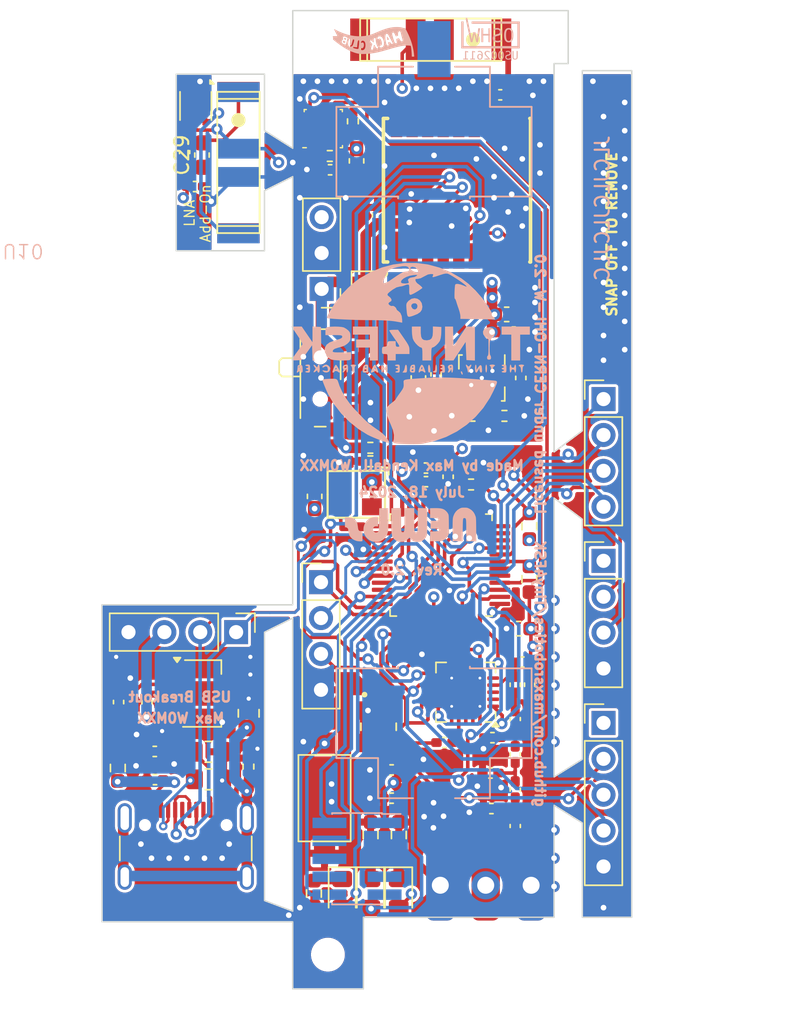
<source format=kicad_pcb>
(kicad_pcb (version 20240108) (generator "pcbnew") (generator_version "8.0")
  (title_block (title "Tiny4FSK"))
  (layers (0 "F.Cu" signal "Sig1.Cu.Front") (1 "In1.Cu" signal "GND.Cu") (2 "In2.Cu" signal "VCC.Cu") (31 "B.Cu" signal "Sig2.Cu.Back") (34 "B.Paste" user) (35 "F.Paste" user) (36 "B.SilkS" user "B.Silkscreen") (37 "F.SilkS" user "F.Silkscreen") (38 "B.Mask" user) (39 "F.Mask" user) (44 "Edge.Cuts" user))
  (net 0 "")
  (net 1 "Earth")
  (net 2 "ANT_GPS")
  (net 3 "Net-(AE2-RF)")
  (net 4 "RF_ANT")
  (net 5 "RF_XO")
  (net 6 "BST_IN")
  (net 7 "+3.3V")
  (net 8 "BATT_SENSE")
  (net 9 "GPIO0")
  (net 10 "GPIO1")
  (net 11 "RF_RST")
  (net 12 "SCK")
  (net 13 "MISO")
  (net 14 "MOSI")
  (net 15 "RF_SS")
  (net 16 "SDA")
  (net 17 "SCL")
  (net 18 "SWDIO")
  (net 19 "SWCLK")
  (net 20 "nRST")
  (net 21 "A1")
  (net 22 "A2")
  (net 23 "D6")
  (net 24 "D7")
  (net 25 "D+")
  (net 26 "D-")
  (net 27 "SUCCESS")
  (net 28 "ERROR")
  (net 29 "TCXO")
  (net 30 "SDN")
  (net 31 "D13")
  (net 32 "D12")
  (net 33 "Net-(C27-Pad1)")
  (net 34 "Net-(U1-CSB)")
  (net 35 "Net-(U1-SDO)")
  (net 37 "Net-(D1-K)")
  (net 38 "Net-(D2-K)")
  (net 39 "Net-(D3-K)")
  (net 40 "+BATT")
  (net 41 "TXD")
  (net 44 "RXD")
  (net 46 "GPS_EN")
  (net 51 "Net-(U3-VAUX)")
  (net 52 "USB")
  (net 53 "LIN")
  (net 54 "Net-(U5-VDDCORE)")
  (net 55 "Net-(U4-OUTPUT)")
  (net 56 "Net-(C15-Pad2)")
  (net 57 "Net-(J7-SHIELD)")
  (net 58 "Net-(C20-Pad1)")
  (net 59 "Net-(C24-Pad1)")
  (net 60 "Net-(J7-CC1)")
  (net 62 "Net-(J7-CC2)")
  (net 68 "Net-(U3-L)")
  (net 69 "Net-(U3-FB)")
  (net 82 "Net-(U6-XIN)")
  (net 83 "Net-(C29-Pad1)")
  (net 84 "Net-(U9-RFIN)")
  (net 92 "RFOUT")
  (net 93 "Net-(AE3-A)")
  (footprint "Inductor_SMD:L_0402_1005Metric_Pad0.77x0.64mm_HandSolder" (layer "F.Cu") (at 132.595 53.765 90)
    (property "Reference" "L8" (hide yes))
    (property "Value" "6.8 nH")
  )
  (footprint "MountingHole:MountingHole_2.2mm_M2" (layer "F.Cu") (at 142.740304 110.576559)
    (property "Reference" "H4" (hide yes))
    (property "Value" "MountingHole" (hide yes))
  )
  (footprint "MountingHole:MountingHole_2.2mm_M2" (layer "F.Cu") (at 158.25 45.6)
    (property "Reference" "H2" (hide yes))
    (property "Value" "MountingHole" (hide yes))
  )
  (footprint "Inductor_SMD:L_0402_1005Metric_Pad0.77x0.64mm_HandSolder" (layer "F.Cu") (at 156 96.39875 -90)
    (property "Reference" "L5" (hide yes))
    (property "Value" "30 nH" (hide yes))
  )
  (footprint "Capacitor_SMD:C_0402_1005Metric_Pad0.74x0.62mm_HandSolder" (layer "F.Cu") (at 149.681921 77.094782 180)
    (property "Reference" "C11" (hide yes))
    (property "Value" "1uF")
  )
  (footprint "Oscillator_TCXO:KDS-1XZA032768AD19" (layer "F.Cu") (at 144.75 78 180)
    (property "Reference" "U4" (hide yes))
    (property "Value" "1XZA032768AD19" (hide yes))
  )
  (footprint "Connector_USB:USB_C_Receptacle_GCT_USB4105-xx-A_16P_TopMnt_Horizontal" (layer "F.Cu") (at 132.676776 103.010139)
    (property "Reference" "J7" (hide yes))
    (property "Value" "USBC")
  )
  (footprint "Resistor_SMD:R_0603_1608Metric_Pad0.98x0.95mm_HandSolder" (layer "F.Cu") (at 127.865 97.365 90)
    (property "Reference" "FB1" (hide yes))
    (property "Value" "BLM18AG121SN1D")
  )
  (footprint "Resistor_SMD:R_0402_1005Metric_Pad0.72x0.64mm_HandSolder" (layer "F.Cu") (at 145.743549 74.699191)
    (property "Reference" "R5" (hide yes))
    (property "Value" "1M")
  )
  (footprint "Package_DFN_QFN:DFN-6-1EP_2x2mm_P0.65mm_EP1x1.6mm" (layer "F.Cu") (at 133.38 50.5 -90)
    (property "Reference" "U9" (hide yes))
    (property "Value" "~")
  )
  (footprint "Connector_PinHeader_2.54mm:PinHeader_1x04_P2.54mm_Vertical" (layer "F.Cu") (at 142.25 84.21)
    (property "Reference" "J4" (hide yes))
    (property "Value" "USB" (hide yes))
  )
  (footprint "Capacitor_SMD:C_0402_1005Metric_Pad0.74x0.62mm_HandSolder" (layer "F.Cu") (at 157.020822 91.468499 90)
    (property "Reference" "C16" (hide yes))
    (property "Value" "100nF")
  )
  (footprint "Jumper:SolderJumper-2_P1.3mm_Open_Pad1.0x1.5mm" (layer "F.Cu") (at 145.415249 63.603719 90)
    (property "Reference" "JP1" (hide yes))
    (property "Value" "Switch EN" (hide yes))
  )
  (footprint "Connector_PinHeader_2.54mm:PinHeader_1x04_P2.54mm_Vertical" (layer "F.Cu") (at 162.25 82.7)
    (property "Reference" "J3" (hide yes))
    (property "Value" "I2C" (hide yes))
  )
  (footprint "Capacitor_SMD:C_0402_1005Metric_Pad0.74x0.62mm_HandSolder" (layer "F.Cu") (at 146.25 58.25 90)
    (property "Reference" "C3" (hide yes))
    (property "Value" "1uF")
  )
  (footprint "MountingHole:MountingHole_2.2mm_M2" (layer "F.Cu") (at 122 58.05)
    (property "Reference" "H3" (hide yes))
    (property "Value" "MountingHole" (hide yes))
  )
  (footprint "Capacitor_SMD:C_0805_2012Metric_Pad1.18x1.45mm_HandSolder" (layer "F.Cu") (at 137.131627 93.492616 -90)
    (property "Reference" "C19" (hide yes))
    (property "Value" "4.5 nF")
  )
  (footprint "Capacitor_SMD:C_0402_1005Metric_Pad0.74x0.62mm_HandSolder" (layer "F.Cu") (at 154.388155 95.216644 180)
    (property "Reference" "C20" (hide yes))
    (property "Value" "15 pF" (hide yes))
  )
  (footprint "MountingHole:MountingHole_2.2mm_M2" (layer "F.Cu") (at 142 45.75)
    (property "Reference" "H1" (hide yes))
    (property "Value" "MountingHole" (hide yes))
  )
  (footprint "Capacitor_SMD:C_0603_1608Metric_Pad1.08x0.95mm_HandSolder" (layer "F.Cu") (at 149.145 69.755 -90)
    (property "Reference" "C7" (hide yes))
    (property "Value" "10 uF")
  )
  (footprint "Inductor_SMD:L_0402_1005Metric_Pad0.77x0.64mm_HandSolder" (layer "F.Cu") (at 156 101.47125 -90)
    (property "Reference" "L7" (hide yes))
    (property "Value" "22 nH" (hide yes))
  )
  (footprint "Inductor_SMD:L_0402_1005Metric_Pad0.77x0.64mm_HandSolder" (layer "F.Cu") (at 154.938985 49.712967)
    (property "Reference" "L1" (hide yes))
    (property "Value" "33 nH" (hide yes))
  )
  (footprint "LDO:MCP1700" (layer "F.Cu") (at 133.535 92.09 180)
    (property "Reference" "U7" (hide yes))
    (property "Value" "Linear Step-Down")
  )
  (footprint "Resistor_SMD:R_0402_1005Metric_Pad0.72x0.64mm_HandSolder" (layer "F.Cu") (at 142.872072 54.041843 180)
    (property "Reference" "R2" (hide yes))
    (property "Value" "10k")
  )
  (footprint "Capacitor_SMD:C_0603_1608Metric_Pad1.08x0.95mm_HandSolder" (layer "F.Cu") (at 156.25 87.5 180)
    (property "Reference" "C14" (hide yes))
    (property "Value" "10uF")
  )
  (footprint "Capacitor_SMD:C_0402_1005Metric_Pad0.74x0.62mm_HandSolder" (layer "F.Cu") (at 150.395 69.505 -90)
    (property "Reference" "C6" (hide yes))
    (property "Value" "100 nF")
  )
  (footprint "Package_DFN_QFN:QFN-20-1EP_4x4mm_P0.5mm_EP2.5x2.5mm_ThermalVias" (layer "F.Cu") (at 152.5 92 180)
    (property "Reference" "U6" (hide yes))
    (property "Value" "SI4063" (hide yes))
  )
  (footprint "Capacitor_SMD:C_0402_1005Metric_Pad0.74x0.62mm_HandSolder" (layer "F.Cu") (at 142.894561 55.018579 180)
    (property "Reference" "C2" (hide yes))
    (property "Value" "1uF")
  )
  (footprint "Capacitor_SMD:C_0402_1005Metric_Pad0.74x0.62mm_HandSolder" (layer "F.Cu") (at 129.931512 92.703313 90)
    (property "Reference" "C18" (hide yes))
    (property "Value" "1uF")
  )
  (footprint "RF_GPS_Extended:ATGM336H" (layer "F.Cu") (at 152 56.5 90)
    (property "Reference" "U2" (hide yes))
    (property "Value" "ATGM336H" (hide yes))
  )
  (footprint "Resistor_SMD:R_0805_2012Metric_Pad1.20x1.40mm_HandSolder" (layer "F.Cu") (at 134.285858 98.167619 180)
    (property "Reference" "R12" (hide yes))
    (property "Value" "5k1")
  )
  (footprint "Resistor_SMD:R_0603_1608Metric_Pad0.98x0.95mm_HandSolder" (layer "F.Cu") (at 157 84 -90)
    (property "Reference" "R9" (hide yes))
    (property "Value" "1.8k")
  )
  (footprint "Resistor_SMD:R_0402_1005Metric_Pad0.72x0.64mm_HandSolder" (layer "F.Cu") (at 152.974335 72.431865)
    (property "Reference" "R3" (hide yes))
    (property "Value" "1M")
  )
  (footprint "Capacitor_SMD:C_0402_1005Metric_Pad0.74x0.62mm_HandSolder" (layer "F.Cu") (at 150.993008 95.564505)
    (property "Reference" "C21" (hide yes))
    (property "Value" "100 pF")
  )
  (footprint "Capacitor_SMD:C_0402_1005Metric_Pad0.74x0.62mm_HandSolder" (layer "F.Cu") (at 130.497092 98.186046 180)
    (property "Reference" "C25" (hide yes))
    (property "Value" "100 nF")
  )
  (footprint "LED_SMD:LED_0805_2012Metric_Pad1.15x1.40mm_HandSolder" (layer "F.Cu") (at 143.75 106.25 -90)
    (property "Reference" "D1" (hide yes))
    (property "Value" "Success" (hide yes))
  )
  (footprint "Connector_PinHeader_2.54mm:PinHeader_1x03_P2.54mm_Vertical" (layer "F.Cu") (at 142.294431 63.452157 180)
    (property "Reference" "J1" (hide yes))
    (property "Value" "Power Ext" (hide yes))
  )
  (footprint "Resistor_SMD:R_0402_1005Metric_Pad0.72x0.64mm_HandSolder" (layer "F.Cu") (at 144.509334 51.589349 -90)
    (property "Reference" "R1" (hide yes))
    (property "Value" "10k")
  )
  (footprint "LED_SMD:LED_0805_2012Metric_Pad1.15x1.40mm_HandSolder" (layer "F.Cu") (at 147.75 106.25 -90)
    (property "Reference" "D3" (hide yes))
    (property "Value" "Power" (hide yes))
  )
  (footprint "Package_SON:Texas_S-PVSON-N10_ThermalVias" (layer "F.Cu") (at 153.635 69.755 -90)
    (property "Reference" "U3" (hide yes))
    (property "Value" "TPS61200DRC" (hide yes))
  )
  (footprint "Resistor_SMD:R_0603_1608Metric_Pad0.98x0.95mm_HandSolder" (layer "F.Cu") (at 157 80.25 90)
    (property "Reference" "R8" (hide yes))
    (property "Value" "1.8k")
  )
  (footprint "Capacitor_SMD:C_0603_1608Metric_Pad1.08x0.95mm_HandSolder" (layer "F.Cu") (at 141.798491 78.138599 90)
    (property "Reference" "C12" (hide yes))
    (property "Value" "10 uF")
  )
  (footprint "Antenna:Antenna_Whip" (layer "F.Cu") (at 153.911023 97.80779)
    (property "Reference" "AE2" (hide yes))
    (property "Value" "TX Antenna" (hide yes))
  )
  (footprint "Inductor_SMD:L_0402_1005Metric_Pad0.77x0.64mm_HandSolder" (layer "F.Cu") (at 156.517022 89.867029 180)
    (property "Reference" "L3" (hide yes))
    (property "Value" "220 nH")
  )
  (footprint "Resistor_SMD:R_0603_1608Metric_Pad0.98x0.95mm_HandSolder" (layer "F.Cu") (at 145.759462 102.105015 90)
    (property "Reference" "R13" (hide yes))
    (property "Value" "330")
  )
  (footprint "Capacitor_SMD:C_0402_1005Metric_Pad0.74x0.62mm_HandSolder" (layer "F.Cu") (at 147.25 97.5 180)
    (property "Reference" "C23" (hide yes))
    (property "Value" "100nF")
  )
  (footprint "Resistor_SMD:R_0603_1608Metric_Pad0.98x0.95mm_HandSolder" (layer "F.Cu") (at 141.75 106.25 -90)
    (property "Reference" "R15" (hide yes))
    (property "Value" "330")
  )
  (footprint "Connector_PinHeader_2.54mm:PinHeader_1x04_P2.54mm_Vertical" (layer "F.Cu") (at 162.25 71.25)
    (property "Reference" "J2" (hide yes))
    (property "Value" "GPIO" (hide yes))
  )
  (footprint "Capacitor_SMD:C_0402_1005Metric_Pad0.74x0.62mm_HandSolder" (layer "F.Cu") (at 130.482267 96.192151)
    (property "Reference" "C22" (hide yes))
    (property "Value" "1uF")
  )
  (footprint "Resistor_SMD:R_0805_2012Metric_Pad1.20x1.40mm_HandSolder" (layer "F.Cu") (at 134.272329 96.217676 180)
    (property "Reference" "R10" (hide yes))
    (property "Value" "5k1")
  )
  (footprint "Resistor_SMD:R_0402_1005Metric_Pad0.72x0.64mm_HandSolder" (layer "F.Cu") (at 137.111918 97.26558 90)
    (property "Reference" "R11" (hide yes))
    (property "Value" "1M")
  )
  (footprint "Connector_PinHeader_2.54mm:PinHeader_1x04_P2.54mm_Vertical" (layer "F.Cu") (at 136.2413 87.746215 -90)
    (property "Reference" "J5" (hide yes))
    (property "Value" "USB Breakout")
  )
  (footprint "Capacitor_SMD:C_0603_1608Metric_Pad1.08x0.95mm_HandSolder" (layer "F.Cu") (at 133.823167 53.977428 90)
    (property "Reference" "C29")
    (property "Value" "470 pF")
  )
  (footprint "Capacitor_SMD:C_0603_1608Metric_Pad1.08x0.95mm_HandSolder" (layer "F.Cu") (at 144.767423 54.389503 90)
    (property "Reference" "C1" (hide yes))
    (property "Value" "10uF")
  )
  (footprint "Capacitor_SMD:C_0402_1005Metric_Pad0.74x0.62mm_HandSolder" (layer "F.Cu") (at 147.25 99.5)
    (property "Reference" "C26" (hide yes))
    (property "Value" "100 nF")
  )
  (footprint "Package_LGA:Bosch_LGA-8_2.5x2.5mm_P0.65mm_ClockwisePinNumbering" (layer "F.Cu") (at 142.41022 52.10447 90)
    (property "Reference" "U1" (hide yes))
    (property "Value" "BME280" (hide yes))
  )
  (footprint "Connector_PinHeader_2.54mm:PinHeader_1x05_P2.54mm_Vertical" (layer "F.Cu") (at 162.25 94.175)
    (property "Reference" "J6" (hide yes))
    (property "Value" "SPI" (hide yes))
  )
  (footprint "LED_SMD:LED_0805_2012Metric_Pad1.15x1.40mm_HandSolder" (layer "F.Cu") (at 145.75 106.25 -90)
    (property "Reference" "D2" (hide yes))
    (property "Value" "Error" (hide yes))
  )
  (footprint "Capacitor_SMD:C_0603_1608Metric_Pad1.08x0.95mm_HandSolder" (layer "F.Cu") (at 155.395 65.255)
    (property "Reference" "C4" (hide yes))
    (property "Value" "22uF")
  )
  (footprint "Capacitor_SMD:C_0402_1005Metric_Pad0.74x0.62mm_HandSolder" (layer "F.Cu") (at 154.25 97.72125 180)
    (property "Reference" "C24" (hide yes))
    (property "Value" "12 pF" (hide yes))
  )
  (footprint "IND_CONT:LPS3015222MRB" (layer "F.Cu") (at 150.815 65.005 180)
    (property "Reference" "L2" (hide yes))
    (property "Value" "2.2uH" (hide yes))
  )
  (footprint "Capacitor_SMD:C_0402_1005Metric_Pad0.74x0.62mm_HandSolder" (layer "F.Cu") (at 151.25 76.75 -90)
    (property "Reference" "C10" (hide yes))
    (property "Value" "100 nF")
  )
  (footprint "RF_Antenna_Extended:GPS1003" (layer "F.Cu") (at 136.295752 48.02)
    (property "Reference" "AE3" (hide yes))
    (property "Value" "GPS1003")
  )
  (footprint "Inductor_SMD:L_0402_1005Metric_Pad0.77x0.64mm_HandSolder" (layer "F.Cu") (at 156 98.89875 -90)
    (property "Reference" "L6" (hide yes))
    (property "Value" "36 nH" (hide yes))
  )
  (footprint "Capacitor_SMD:C_0402_1005Metric_Pad0.74x0.62mm_HandSolder" (layer "F.Cu") (at 133.335 56.205 180)
    (property "Reference" "C28" (hide yes))
    (property "Value" "100nF")
  )
  (footprint "Capacitor_SMD:C_0402_1005Metric_Pad0.74x0.62mm_HandSolder" (layer "F.Cu") (at 144.482022 80.286216 180)
    (property "Reference" "C13" (hide yes))
    (property "Value" "100 pF")
  )
  (footprint "OSC:OSC_ECS-TXO-32CSMV-260-AN-TR" (layer "F.Cu") (at 146.325696 94.446174 -90)
    (property "Reference" "U8" (hide yes))
    (property "Value" "~" (hide yes))
  )
  (footprint "Resistor_SMD:R_0402_1005Metric_Pad0.72x0.64mm_HandSolder" (layer "F.Cu") (at 145.744657 75.654572 180)
    (property "Reference" "R6" (hide yes))
    (property "Value" "1M")
  )
  (footprint "Resistor_SMD:R_0402_1005Metric_Pad0.72x0.64mm_HandSolder" (layer "F.Cu") (at 152.874671 77.296768)
    (property "Reference" "R7" (hide yes))
    (property "Value" "220")
  )
  (footprint "Capacitor_SMD:C_0402_1005Metric_Pad0.74x0.62mm_HandSolder" (layer "F.Cu") (at 156.395 69.755 -90)
    (property "Reference" "C8" (hide yes))
    (property "Value" "100nF")
  )
  (footprint "Resistor_SMD:R_0603_1608Metric_Pad0.98x0.95mm_HandSolder" (layer "F.Cu") (at 147.759462 102.105015 90)
    (property "Reference" "R14" (hide yes))
    (property "Value" "330")
  )
  (footprint "Capacitor_SMD:C_0402_1005Metric_Pad0.74x0.62mm_HandSolder" (layer "F.Cu") (at 127.920231 92.697138 90)
    (property "Reference" "C17" (hide yes))
    (property "Value" "100 nF")
  )
  (footprint "Package_QFP:TQFP-48_7x7mm_P0.5mm" (layer "F.Cu") (at 150.75 83 -90)
    (property "Reference" "U5" (hide yes))
    (property "Value" "ATSAMD21G18A-A" (hide yes))
  )
  (footprint "RF_Antenna_Extended:GPS1003" (layer "F.Cu") (at 148.25 44.323 180)
    (property "Reference" "AE1" (hide yes))
    (property "Value" "GPS1003" (hide yes))
  )
  (footprint "Button_Switch_SMD:SW_SPDT_PCM12" (layer "F.Cu") (at 142.519224 69.750085 -90)
    (property "Reference" "SW1" (hide yes))
    (property "Value" "Power Switch")
  )
  (footprint "Capacitor_SMD:C_0402_1005Metric_Pad0.74x0.62mm_HandSolder" (layer "F.Cu") (at 149.681921 76.133145)
    (property "Reference" "C9" (hide yes))
    (property "Value" "100nF")
  )
  (footprint "Capacitor_SMD:C_0402_1005Metric_Pad0.74x0.62mm_HandSolder" (layer "F.Cu") (at 155.895 66.505)
    (property "Reference" "C5" (hide yes))
    (property "Value" "100nF")
  )
  (footprint "Resistor_SMD:R_0402_1005Metric_Pad0.72x0.64mm_HandSolder" (layer "F.Cu") (at 155.235148 72.439291)
    (property "Reference" "R4" (hide yes))
    (property "Value" "180k")
  )
  (footprint "Button_Switch_SMD:SW_SPST_CK_RS282G05A3" (layer "F.Cu") (at 142.5 99.5 90)
    (property "Reference" "SW2" (hide yes))
    (property "Value" "RST")
  )
  (footprint "Inductor_SMD:L_0402_1005Metric_Pad0.77x0.64mm_HandSolder" (layer "F.Cu") (at 156 93.89875 -90)
    (property "Reference" "L4" (hide yes))
    (property "Value" "33 nH" (hide yes))
  )
  (footprint "Capacitor_SMD:C_0402_1005Metric_Pad0.74x0.62mm_HandSolder" (layer "F.Cu") (at 154.31341 100.235963 180)
    (property "Reference" "C27" (hide yes))
    (property "Value" "10 pF" (hide yes))
  )
  (footprint "Capacitor_SMD:C_0402_1005Metric_Pad0.74x0.62mm_HandSolder" (layer "F.Cu") (at 156 91.47125 -90)
    (property "Reference" "C15" (hide yes))
    (property "Value" "9.1 pF" (hide yes))
  )
  (footprint "LOGO" (layer "B.Cu") (at 145.844308 45.958445 180)
    (property "Reference" "G***" (hide yes))
    (property "Value" "LOGO" (hide yes))
  )
  (footprint "LOGO" (layer "B.Cu") (at 148.603185 80.151512 180)
    (property "Reference" "G***" (hide yes))
    (property "Value" "LOGO" (hide yes))
  )
  (footprint "LOGO" (layer "B.Cu") (at 154.25 45.75 180)
    (property "Reference" "G***" (hide yes))
    (property "Value" "LOGO" (hide yes))
  )
  (footprint "LOGO" (layer "B.Cu") (at 148.626879 67.889327 180)
    (property "Reference" "G***" (hide yes))
    (property "Value" "LOGO" (hide yes))
  )
  (footprint "BatteryExtended:BAT_53" (layer "B.Cu") (at 150.25 74.9 -90)
    (property "Reference" "BT1" (hide yes))
    (property "Value" "BK-53" (hide yes))
  )
  (footprint "Connector_PinHeader_1.27mm:PinHeader_2x05_P1.27mm_Vertical_SMD" (layer "B.Cu") (at 144.8 103.79 180)
    (property "Reference" "J8" (hide yes))
    (property "Value" "SWD" (hide yes))
  )
  (footprint "AddOns:LNA_AddOn" (layer "B.Cu") (at 136.402666 54.524333)
    (property "Reference" "U10")
    (property "Value" "~")
  )
  (gr_poly (pts (xy 138.25 87.75) (xy 140.25 86.75) (xy 140.25 87.75) (xy 140.25 106.75) (xy 140.25 107.5) (xy 138.25 106.75)) (stroke (width 0.1)) (fill none) (layer "Edge.Cuts"))
  (gr_poly (pts (xy 158.75 98) (xy 158.75 96.75) (xy 158.75 79.75) (xy 158.75 78.25) (xy 160.75 79.75) (xy 160.75 96.75)) (stroke (width 0.1)) (fill none) (layer "Edge.Cuts"))
  (gr_poly (pts (xy 140.25 108.25) (xy 126.75 108.25) (xy 126.742769 85.814258) (xy 140.242769 85.814258) (xy 140.25 60.75) (xy 140.25 55.5) (xy 138.25 56.5) (xy 138.25 60.75) (xy 132 60.75) (xy 132 48.25) (xy 138.25 48.25) (xy 138.25 52.25) (xy 140.25 53.5) (xy 140.249312 48.25) (xy 140.25 43.75) (xy 159.75 43.75) (xy 159.75 47.5) (xy 158.75 47.5) (xy 158.75 73.5) (xy 158.75 75) (xy 160.75 73.5) (xy 160.75 48) (xy 164.25 48) (xy 164.24871 107.929104) (xy 160.749992 107.929519) (xy 160.75 101.25) (xy 158.75 100) (xy 158.75 101.5) (xy 158.749992 107.929756) (xy 145.25 107.931356) (xy 145.25 109) (xy 145.25 113) (xy 140.25 113)) (stroke (width 0.1)) (fill none) (layer "Edge.Cuts"))
  (gr_text "Made by Max Kendall, W0MXX" (at 156.704042 76.370364 0) (layer "B.SilkS") (effects (font (size 0.7 0.7) (thickness 0.175) (bold yes)) (justify left bottom mirror)))
  (gr_text "github.com/maxsrobotics/Tiny4FSK" (at 157.346401 100.221244 -90) (layer "B.SilkS") (effects (font (size 0.7 0.7) (thickness 0.175) (bold yes)) (justify left bottom mirror)))
  (gr_text "Rev. 2.0" (at 150.970709 83.75 0) (layer "B.SilkS") (effects (font (size 0.7 0.7) (thickness 0.175) (bold yes)) (justify left bottom mirror)))
  (gr_text "July 18, 2024" (at 152.52071 78.25 0) (layer "B.SilkS") (effects (font (size 0.7 0.7) (thickness 0.175) (bold yes)) (justify left bottom mirror)))
  (gr_text "Max W0MXX" (at 135.5 94.25 0) (layer "B.SilkS") (effects (font (size 0.7 0.7) (thickness 0.175) (bold yes)) (justify left bottom mirror)))
  (gr_text "USB Breakout" (at 136 92.75 0) (layer "B.SilkS") (effects (font (size 0.7 0.7) (thickness 0.175) (bold yes)) (justify left bottom mirror)))
  (gr_text "JLCJLCJLCJLC" (at 162.75 52.5 90) (layer "B.SilkS") (effects (font (size 1 1)) (justify left bottom mirror)))
  (gr_text "Licensed under CERN-OHL-W-2.0" (at 157.346401 79.5 -90) (layer "B.SilkS") (effects (font (size 0.7 0.7) (thickness 0.175) (bold yes)) (justify left bottom mirror)))
  (gr_text "LNA\nAdd-On" (at 134.48 58.1 90) (layer "F.SilkS") (effects (font (size 0.7 0.7) (thickness 0.1)) (justify bottom)))
  (gr_text "SNAP OFF TO REMOVE" (at 163.25 65.5 90) (layer "F.SilkS") (effects (font (size 0.7 0.7) (thickness 0.175) (bold yes)) (justify left bottom)))
  (segment (start 148.75 75.768724) (end 149.114421 76.133145) (width 0.25) (layer "F.Cu") (net 1))
  (segment (start 155.185 70.005) (end 155.185 69.505) (width 0.75) (layer "F.Cu") (net 1))
  (segment (start 153.635 71.515) (end 154.135 71.515) (width 0.25) (layer "F.Cu") (net 1))
  (segment (start 153.92 70.04) (end 153.635 69.755) (width 0.75) (layer "F.Cu") (net 1))
  (segment (start 145.923656 82.25) (end 146.5875 82.25) (width 0.25) (layer "F.Cu") (net 1))
  (segment (start 153.92 71.23) (end 153.92 70.04) (width 0.75) (layer "F.Cu") (net 1))
  (segment (start 129.931512 92.135813) (end 129.005231 93.062094) (width 0.25) (layer "F.Cu") (net 1))
  (segment (start 135.25 98.2425) (end 135.1925 98.185) (width 0.25) (layer "F.Cu") (net 1))
  (segment (start 145.24621 81.889939) (end 145.563595 81.889939) (width 0.25) (layer "F.Cu") (net 1))
  (segment (start 144.509334 52.186849) (end 144.266713 52.42947) (width 0.25) (layer "F.Cu") (net 1))
  (segment (start 149.114421 77.094782) (end 149.114421 76.133145) (width 0.25) (layer "F.Cu") (net 1))
  (segment (start 154.135 71.23) (end 153.92 71.23) (width 0.25) (layer "F.Cu") (net 1))
  (segment (start 143.65 77.125) (end 141.94959 77.125) (width 0.25) (layer "F.Cu") (net 1))
  (segment (start 145.75 101) (end 145.75 100.573336) (width 0.25) (layer "F.Cu") (net 1))
  (segment (start 145.74511 100.568446) (end 145.75 100.563556) (width 0.25) (layer "F.Cu") (net 1))
  (segment (start 153.95 79.55) (end 154.25 79.25) (width 0.25) (layer "F.Cu") (net 1))
  (segment (start 141.94959 77.125) (end 141.798491 77.276099) (width 0.25) (layer "F.Cu") (net 1))
  (segment (start 154.9125 80.75) (end 154.175001 80.75) (width 0.25) (layer "F.Cu") (net 1))
  (segment (start 129.005231 93.062094) (end 129.005231 94.807858) (width 0.25) (layer "F.Cu") (net 1))
  (segment (start 129.615 98.322122) (end 129.615 100.255) (width 0.25) (layer "F.Cu") (net 1))
  (segment (start 153.635 71.23) (end 154.135 71.23) (width 0.25) (layer "F.Cu") (net 1))
  (segment (start 145.575 95.39687) (end 145.375696 95.596174) (width 0.75) (layer "F.Cu") (net 1))
  (segment (start 151.007197 85.917247) (end 150.982396 85.917247) (width 0.2) (layer "F.Cu") (net 1))
  (segment (start 150.5 86.399642) (end 150.5 87.1625) (width 0.2) (layer "F.Cu") (net 1))
  (segment (start 153.92 71.23) (end 153.635 71.515) (width 0.25) (layer "F.Cu") (net 1))
  (segment (start 151 78.8375) (end 151 77.5675) (width 0.25) (layer "F.Cu") (net 1))
  (segment (start 148.75 75) (end 148.75 75.768724) (width 0.25) (layer "F.Cu") (net 1))
  (segment (start 150.95 45.823) (end 150.95 49.2) (width 0.25) (layer "F.Cu") (net 1))
  (segment (start 151.25 77.3175) (end 151.25 77.25) (width 0.25) (layer "F.Cu") (net 1))
  (segment (start 145.75 99.5375) (end 145.7125 99.5) (width 0.25) (layer "F.Cu") (net 1))
  (segment (start 150.95 49.2) (end 151 49.25) (width 0.25) (layer "F.Cu") (net 1))
  (segment (start 135.224421 96.248386) (end 135.224421 98.153079) (width 0.75) (layer "F.Cu") (net 1))
  (segment (start 135.224421 98.153079) (end 135.1925 98.185) (width 0.75) (layer "F.Cu") (net 1))
  (segment (start 135.267574 98.109926) (end 135.1925 98.185) (width 0.75) (layer "F.Cu") (net 1))
  (segment (start 147.75 101) (end 145.75 101) (width 0.25) (layer "F.Cu") (net 1))
  (segment (start 145.375696 95.596174) (end 145.375696 93.296174) (width 0.75) (layer "F.Cu") (net 1))
  (segment (start 151.338438 84.795769) (end 151.338438 85.586006) (width 0.2) (layer "F.Cu") (net 1))
  (segment (start 153.85 71.23) (end 154.135 71.515) (width 0.25) (layer "F.Cu") (net 1))
  (segment (start 150.982396 85.917247) (end 150.5 86.399642) (width 0.2) (layer "F.Cu") (net 1))
  (segment (start 135.2575 98.25) (end 135.25 98.25) (width 0.25) (layer "F.Cu") (net 1))
  (segment (start 134.03 49.45) (end 133.38 49.45) (width 0.25) (layer "F.Cu") (net 1))
  (segment (start 135.88 100.255) (end 135.88 98.8725) (width 0.25) (layer "F.Cu") (net 1))
  (segment (start 129.477413 98.184535) (end 129.615 98.322122) (width 0.25) (layer "F.Cu") (net 1))
  (segment (start 151.338438 85.586006) (end 151.007197 85.917247) (width 0.2) (layer "F.Cu") (net 1))
  (segment (start 129.005231 94.807858) (end 129.192696 94.995323) (width 0.25) (layer "F.Cu") (net 1))
  (segment (start 151.25 77.25) (end 151.3175 77.25) (width 0.25) (layer "F.Cu") (net 1))
  (segment (start 145.75 100.573336) (end 145.74511 100.568446) (width 0.25) (layer "F.Cu") (net 1))
  (segment (start 135.25 98.25) (end 135.25 98.2425) (width 0.25) (layer "F.Cu") (net 1))
  (segment (start 153.95 80.524999) (end 153.95 79.55) (width 0.25) (layer "F.Cu") (net 1))
  (segment (start 154.175001 80.75) (end 153.95 80.524999) (width 0.25) (layer "F.Cu") (net 1))
  (segment (start 135.88 98.8725) (end 135.2575 98.25) (width 0.25) (layer "F.Cu") (net 1))
  (segment (start 153.635 71.23) (end 153.85 71.23) (width 0.25) (layer "F.Cu") (net 1))
  (segment (start 145.563595 81.889939) (end 145.923656 82.25) (width 0.25) (layer "F.Cu") (net 1))
  (segment (start 151 77.5675) (end 151.25 77.3175) (width 0.25) (layer "F.Cu") (net 1))
  (segment (start 152.5 93.9375) (end 152.5 92) (width 0.25) (layer "F.Cu") (net 1))
  (segment (start 145.7125 99.5) (end 145.7125 97.5) (width 0.25) (layer "F.Cu") (net 1))
  (segment (start 144.266713 52.42947) (end 143.43522 52.42947) (width 0.25) (layer "F.Cu") (net 1))
  (segment (start 151.3175 77.25) (end 151.25 77.3175) (width 0.25) (layer "F.Cu") (net 1))
  (segment (start 145.75 100.563556) (end 145.75 99.5375) (width 0.25) (layer "F.Cu") (net 1))
  (segment (start 145.575 93.296174) (end 145.575 95.39687) (width 0.75) (layer "F.Cu") (net 1))
  (via (at 157 67.75) (size 0.8) (drill 0.4) (layers "F.Cu" "B.Cu") (net 1))
  (via (at 158.75 93.5) (size 0.8) (drill 0.4) (layers "F.Cu" "B.Cu") (net 1))
  (via (at 146.75 54.75) (size 0.8) (drill 0.4) (layers "F.Cu" "B.Cu") (net 1))
  (via (at 150.25 73.5) (size 0.8) (drill 0.4) (layers "F.Cu" "B.Cu") (net 1))
  (via (at 149.145 70.6175) (size 0.8) (drill 0.4) (layers "F.Cu" "B.Cu") (net 1))
  (via (at 134.475 57.25) (size 0.8) (drill 0.4) (layers "F.Cu" "B.Cu") (net 1))
  (via (at 154.100761 73.460013) (size 0.8) (drill 0.4) (layers "F.Cu" "B.Cu") (net 1))
  (via (at 140.75 64.75) (size 0.8) (drill 0.4) (layers "F.Cu" "B.Cu") (net 1))
  (via (at 155.25 53.5) (size 0.8) (drill 0.4) (layers "F.Cu" "B.Cu") (net 1))
  (via (at 148.5 72.5) (size 0.8) (drill 0.4) (layers "F.Cu" "B.Cu") (net 1))
  (via (at 146.75 60.5) (size 0.8) (drill 0.4) (layers "F.Cu" "B.Cu") (net 1))
  (via (at 158.75 89.5) (size 0.8) (drill 0.4) (layers "F.Cu" "B.Cu") (net 1))
  (via (at 150 49.25) (size 0.8) (drill 0.4) (layers "F.Cu" "B.Cu") (net 1))
  (via (at 130.25 103.75) (size 0.8) (drill 0.4) (layers "F.Cu" "B.Cu") (net 1))
  (via (at 131 94.75) (size 0.6) (drill 0.3) (layers "F.Cu" "B.Cu") (net 1))
  (via (at 149.393582 89.315344) (size 0.8) (drill 0.4) (layers "F.Cu" "B.Cu") (net 1))
  (via (at 157.398495 66.5) (size 0.8) (drill 0.4) (layers "F.Cu" "B.Cu") (net 1))
  (via (at 156.5 59) (size 0.8) (drill 0.4) (layers "F.Cu" "B.Cu") (net 1))
  (via (at 157.25 49.75) (size 0.8) (drill 0.4) (layers "F.Cu" "B.Cu") (net 1))
  (via (at 143 98.5) (size 0.8) (drill 0.4) (layers "F.Cu" "B.Cu") (net 1))
  (via (at 128.75 91) (size 0.8) (drill 0.4) (layers "F.Cu" "B.Cu") (net 1))
  (via (at 145.75 71.5) (size 0.8) (drill 0.4) (layers "F.Cu" "B.Cu") (net 1))
  (via (at 162.25 64.75) (size 0.8) (drill 0.4) (layers "F.Cu" "B.Cu") (net 1))
  (via (at 161.5 48.75) (size 0.8) (drill 0.4) (layers "F.Cu" "B.Cu") (net 1))
  (via (at 158.75 91.5) (size 0.8) (drill 0.4) (layers "F.Cu" "B.Cu") (net 1))
  (via (at 162.25 59.25) (size 0.8) (drill 0.4) (layers "F.Cu" "B.Cu") (net 1))
  (via (at 127.75 89.5) (size 0.6) (drill 0.3) (layers "F.Cu" "B.Cu") (net 1))
  (via (at 140.75 57) (size 0.8) (drill 0.4) (layers "F.Cu" "B.Cu") (net 1))
  (via (at 163.75 58.25) (size 0.8) (drill 0.4) (layers "F.Cu" "B.Cu") (net 1))
  (via (at 156.75 57.75) (size 0.8) (drill 0.4) (layers "F.Cu" "B.Cu") (net 1))
  (via (at 143.517594 75.736303) (size 0.8) (drill 0.4) (layers "F.Cu" "B.Cu") (net 1))
  (via (at 147 48.75) (size 0.8) (drill 0.4) (layers "F.Cu" "B.Cu") (net 1))
  (via (at 131.5 103.75) (size 0.8) (drill 0.4) (layers "F.Cu" "B.Cu") (net 1))
  (via (at 163.75 65.75) (size 0.8) (drill 0.4) (layers "F.Cu" "B.Cu") (net 1))
  (via (at 129.156247 97.211402) (size 0.8) (drill 0.4) (layers "F.Cu" "B.Cu") (net 1))
  (via (at 140.25 54.5) (size 0.8) (drill 0.4) (layers "F.Cu" "B.Cu") (net 1))
  (via (at 156.640503 72.436099) (size 0.8) (drill 0.4) (layers "F.Cu" "B.Cu") (net 1))
  (via (at 157.398495 63.363147) (size 0.8) (drill 0.4) (layers "F.Cu" "B.Cu") (net 1))
  (via (at 140.75 50) (size 0.8) (drill 0.4) (layers "F.Cu" "B.Cu") (net 1))
  (via (at 156.5 54.25) (size 0.8) (drill 0.4) (layers "F.Cu" "B.Cu") (net 1))
  (via (at 142.25 69.75) (size 0.8) (drill 0.4) (layers "F.Cu" "B.Cu") (net 1))
  (via (at 162.25 63) (size 0.8) (drill 0.4) (layers "F.Cu" "B.Cu") (net 1))
  (via (at 144 48.75) (size 0.8) (drill 0.4) (layers "F.Cu" "B.Cu") (net 1))
  (via (at 142 48.75) (size 0.8) (drill 0.4) (layers "F.Cu" "B.Cu") (net 1))
  (via (at 145.7125 97.5) (size 0.8) (drill 0.4) (layers "F.Cu" "B.Cu") (net 1))
  (via (at 158.75 101.75) (size 0.8) (drill 0.4) (layers "F.Cu" "B.Cu") (net 1))
  (via (at 152.75 100.5) (size 0.8) (drill 0.4) (layers "F.Cu" "B.Cu") (net 1))
  (via (at 145.7125 99.5) (size 0.8) (drill 0.4) (layers "F.Cu" "B.Cu") (net 1))
  (via (at 143 99.75) (size 0.8) (drill 0.4) (layers "F.Cu" "B.Cu") (net 1))
  (via (at 141 71.25) (size 0.8) (drill 0.4) (layers "F.Cu" "B.Cu") (net 1))
  (via (at 141 75.25) (size 0.8) (drill 0.4) (layers "F.Cu" "B.Cu") (net 1))
  (via (at 145.75 72.75) (size 0.8) (drill 0.4) (layers "F.Cu" "B.Cu") (net 1))
  (via (at 141 95.5) (size 0.8) (drill 0.4) (layers "F.Cu" "B.Cu") (net 1))
  (via (at 137.25 89.5) (size 0.6) (drill 0.3) (layers "F.Cu" "B.Cu") (net 1))
  (via (at 163.75 63.75) (size 0.8) (drill 0.4) (layers "F.Cu" "B.Cu") (net 1))
  (via (at 148.636558 56.72837) (size 0.8) (drill 0.4) (layers "F.Cu" "B.Cu") (net 1))
  (via (at 153.25 54.25) (size 0.8) (drill 0.4) (layers "F.Cu" "B.Cu") (net 1))
  (via (at 162.25 53.25) (size 0.8) (drill 0.4) (layers "F.Cu" "B.Cu") (net 1))
  (via (at 163.75 62) (size 0.8) (drill 0.4) (layers "F.Cu" "B.Cu") (net 1))
  (via (at 153 48.75) (size 0.8) (drill 0.4) (layers "F.Cu" "B.Cu") (net 1))
  (via (at 141.05104 80.47802) (size 0.8) (drill 0.4) (layers "F.Cu" "B.Cu") (net 1))
  (via (at 141 48.75) (size 0.8) (drill 0.4) (layers "F.Cu" "B.Cu") (net 1))
  (via (at 158.75 95.5) (size 0.8) (drill 0.4) (layers "F.Cu" "B.Cu") (net 1))
  (via (at 155.5 58) (size 0.8) (drill 0.4) (layers "F.Cu" "B.Cu") (net 1))
  (via (at 154.5 57) (size 0.8) (drill 0.4) (layers "F.Cu" "B.Cu") (net 1))
  (via (at 158.75 87.5) (size 0.8) (drill 0.4) (layers "F.Cu" "B.Cu") (net 1))
  (via (at 145.575 93.296174) (size 0.8) (drill 0.4) (layers "F.Cu" "B.Cu") (net 1))
  (via (at 157.75 53.25) (size 0.8) (drill 0.4) (layers "F.Cu" "B.Cu") (net 1))
  (via (at 143 48.75) (size 0.8) (drill 0.4) (layers "F.Cu" "B.Cu") (net 1))
  (via (at 151 49.25) (size 0.8) (drill 0.4) (layers "F.Cu" "B.Cu") (net 1))
  (via (at 141.25 55) (size 0.8) (drill 0.4) (layers "F.Cu" "B.Cu") (net 1))
  (via (at 151.338438 84.795769) (size 0.8) (drill 0.4) (layers "F.Cu" "B.Cu") (net 1))
  (via (at 157.398495 65.454381) (size 0.8) (drill 0.4) (layers "F.Cu" "B.Cu") (net 1))
  (via (at 135.75 102.75) (size 0.8) (drill 0.4) (layers "F.Cu" "B.Cu") (net 1))
  (via (at 162.25 51.25) (size 0.8) (drill 0.4) (layers "F.Cu" "B.Cu") (net 1))
  (via (at 163.75 60.25) (size 0.8) (drill 0.4) (layers "F.Cu" "B.Cu") (net 1))
  (via (at 156.895 71.25) (size 0.8) (drill 0.4) (layers "F.Cu" "B.Cu") (net 1))
  (via (at 162.25 57.25) (size 0.8) (drill 0.4) (layers "F.Cu" "B.Cu") (net 1))
  (via (at 135.25 98.25) (size 0.6) (drill 0.3) (layers "F.Cu" "B.Cu") (net 1))
  (via (at 155.75 56.75) (size 0.8) (drill 0.4) (layers "F.Cu" "B.Cu") (net 1))
  (via (at 137.25 90.75) (size 0.6) (drill 0.3) (layers "F.Cu" "B.Cu") (net 1))
  (via (at 157.75 55.25) (size 0.8) (drill 0.4) (layers "F.Cu" "B.Cu") (net 1))
  (via (at 146.75 50.25) (size 0.8) (drill 0.4) (layers "F.Cu" "B.Cu") (net 1))
  (via (at 140.75 107.25) (size 0.8) (drill 0.4) (layers "F.Cu" "B.Cu") (net 1))
  (via (at 148.75 75) (size 0.8) (drill 0.4) (layers "F.Cu" "B.Cu") (net 1))
  (via (at 153.75 96) (size 0.8) (drill 0.4) (layers "F.Cu" "B.Cu") (net 1))
  (via (at 158.75 85.5) (size 0.8) (drill 0.4) (layers "F.Cu" "B.Cu") (net 1))
  (via (at 158.75 105.75) (size 0.8) (drill 0.4) (layers "F.Cu" "B.Cu") (net 1))
  (via (at 162.25 68.5) (size 0.8) (drill 0.4) (layers "F.Cu" "B.Cu") (net 1))
  (via (at 149 49.25) (size 0.8) (drill 0.4) (layers "F.Cu" "B.Cu") (net 1))
  (via (at 141 68.25) (size 0.8) (drill 0.4) (layers "F.Cu" "B.Cu") (net 1))
  (via (at 137.131627 92.455116) (size 0.6) (drill 0.3) (layers "F.Cu" "B.Cu") (net 1))
  (via (at 150.206745 101.598744) (size 0.8) (drill 0.4) (layers "F.Cu" "B.Cu") (net 1))
  (via (at 162.25 107.25) (size 0.8) (drill 0.4) (layers "F.Cu" "B.Cu") (net 1))
  (via (at 153.75 75.75) (size 0.8) (drill 0.4) (layers "F.Cu" "B.Cu") (net 1))
  (via (at 144 57) (size 0.8) (drill 0.4) (layers "F.Cu" "B.Cu") (net 1))
  (via (at 154.25 79.25) (size 0.8) (drill 0.4) (layers "F.Cu" "B.Cu") (net 1))
  (via (at 151.25 77.25) (size 0.8) (drill 0.4) (layers "F.Cu" "B.Cu") (net 1))
  (via (at 132.75 103.75) (size 0.8) (drill 0.4) (layers "F.Cu" "B.Cu") (net 1))
  (via (at 154 48.75) (size 0.8) (drill 0.4) (layers "F.Cu" "B.Cu") (net 1))
  (via (at 163.75 50.25) (size 0.8) (drill 0.4) (layers "F.Cu" "B.Cu") (net 1))
  (via (at 135.257753 94.120555) (size 0.8) (drill 0.4) (layers "F.Cu" "B.Cu") (net 1))
  (via (at 131.853448 97.080187) (size 0.8) (drill 0.4) (layers "F.Cu" "B.Cu") (net 1))
  (via (at 153.317735 98.651785) (size 0.8) (drill 0.4) (layers "F.Cu" "B.Cu") (net 1))
  (via (at 163.75 52.25) (size 0.8) (drill 0.4) (layers "F.Cu" "B.Cu") (net 1))
  (via (at 150.924913 100.777203) (size 0.8) (drill 0.4) (layers "F.Cu" "B.Cu") (net 1))
  (via (at 157.398495 64.408764) (size 0.8) (drill 0.4) (layers "F.Cu" "B.Cu") (net 1))
  (via (at 152 49.25) (size 0.8) (drill 0.4) (layers "F.Cu" "B.Cu") (net 1))
  (via (at 145.24621 81.889939) (size 0.8) (drill 0.4) (layers "F.Cu" "B.Cu") (net 1))
  (via (at 150.217626 99.825086) (size 0.8) (drill 0.4) (layers "F.Cu" "B.Cu") (net 1))
  (via (at 163.75 56.25) (size 0.8) (drill 0.4) (layers "F.Cu" "B.Cu") (net 1))
  (via (at 150.25 54) (size 0.8) (drill 0.4) (layers "F.Cu" "B.Cu") (net 1))
  (via (at 162.25 61.25) (size 0.8) (drill 0.4) (layers "F.Cu" "B.Cu") (net 1))
  (via (at 162.25 66.75) (size 0.8) (drill 0.4) (layers "F.Cu" "B.Cu") (net 1))
  (via (at 158 48.75) (size 0.8) (drill 0.4) (layers "F.Cu" "B.Cu") (net 1))
  (via (at 155.386182 87.492574) (size 0.8) (drill 0.4) (layers "F.Cu" "B.Cu") (net 1))
  (via (at 149.548424 100.809847) (size 0.8) (drill 0.4) (layers "F.Cu" "B.Cu") (net 1))
  (via (at 157 48.75) (size 0.8) (drill 0.4) (layers "F.Cu" "B.Cu") (net 1))
  (via (at 146 48.75) (size 0.8) (drill 0.4) (layers "F.Cu" "B.Cu") (net 1))
  (via (at 139.967157 107.782843) (size 0.8) (drill 0.4) (layers "F.Cu" "B.Cu") (net 1))
  (via (at 129.192696 94.995323) (size 0.8) (drill 0.4) (layers "F.Cu" "B.Cu") (net 1))
  (via (at 158.75 103.75) (size 0.8) (drill 0.4) (layers "F.Cu" "B.Cu") (net 1))
  (via (at 137.75 96) (size 0.6) (drill 0.3) (layers "F.Cu" "B.Cu") (net 1))
  (via (at 162.25 55.25) (size 0.8) (drill 0.4) (layers "F.Cu" "B.Cu") (net 1))
  (via (at 135.25 103.75) (size 0.8) (drill 0.4) (layers "F.Cu" "B.Cu") (net 1))
  (via (at 154.5 55.5) (size 0.8) (drill 0.4) (layers "F.Cu" "B.Cu") (net 1))
  (via (at 133.687028 48.764181) (size 0.8) (drill 0.4) (layers "F.Cu" "B.Cu") (net 1))
  (via (at 155 98.75) (size 0.8) (drill 0.4) (layers "F.Cu" "B.Cu") (net 1))
  (via (at 163.75 54.25) (size 0.8) (drill 0.4) (layers "F.Cu" "B.Cu") (net 1))
  (via (at 163.75 67.75) (size 0.8) (drill 0.4) (layers "F.Cu" "B.Cu") (net 1))
  (via (at 134 103.75) (size 0.8) (drill 0.4) (layers "F.Cu" "B.Cu") (net 1))
  (via (at 145 48.75) (size 0.8) (drill 0.4) (layers "F.Cu" "B.Cu") (net 1))
  (via (at 149.5 96.75) (size 0.8) (drill 0.4) (layers "F.Cu" "B.Cu") (net 1))
  (via (at 129.5 102.75) (size 0.8) (drill 0.4) (layers "F.Cu" "B.Cu") (net 1))
  (segment (start 147.5 97.5) (end 148.275 98.275) (width 0.25) (layer "B.Cu") (net 1))
  (segment (start 139.250972 55.524333) (end 140.25 54.525305) (width 0.25) (layer "B.Cu") (net 1))
  (segment (start 146.75 103.79) (end 146.75 102.52) (width 0.25) (layer "B.Cu") (net 1))
  (segment (start 145.7125 97.5) (end 147.5 97.5) (width 0.25) (layer "B.Cu") (net 1))
  (segment (start 136.200667 55.524333) (end 134.475 57.25) (width 0.25) (layer "B.Cu") (net 1))
  (segment (start 148.275 101.945) (end 147.7 102.52) (width 0.25) (layer "B.Cu") (net 1))
  (segment (start 148.275 98.275) (end 148.275 101.945) (width 0.25) (layer "B.Cu") (net 1))
  (segment (start 140.25 54.525305) (end 140.25 54.5) (width 0.25) (layer "B.Cu") (net 1))
  (segment (start 136.402666 55.524333) (end 136.200667 55.524333) (width 0.25) (layer "B.Cu") (net 1))
  (segment (start 136.402666 55.524333) (end 139.250972 55.524333) (width 0.25) (layer "B.Cu") (net 1))
  (segment (start 147.7 102.52) (end 146.75 102.52) (width 0.25) (layer "B.Cu") (net 1))
  (segment (start 155.02 45.433) (end 155.27 45.433) (width 0.75) (layer "F.Cu") (net 2))
  (segment (start 155.02 45.433) (end 155.5 45.913) (width 0.4) (layer "F.Cu") (net 2))
  (segment (start 155.5 45.913) (end 155.5 51.1025) (width 0.4) (layer "F.Cu") (net 2))
  (segment (start 153.911023 102.838977) (end 153.911023 104.66579) (width 0.2) (layer "F.Cu") (net 3))
  (segment (start 156 102.04375) (end 154.70625 102.04375) (width 0.2) (layer "F.Cu") (net 3))
  (segment (start 154.70625 102.04375) (end 153.911023 102.838977) (width 0.2) (layer "F.Cu") (net 3))
  (segment (start 154.4375 91.5) (end 154.864386 91.5) (width 0.2) (layer "F.Cu") (net 4))
  (segment (start 154.864386 91.5) (end 155.364386 91) (width 0.2) (layer "F.Cu") (net 4))
  (segment (start 156 90.90375) (end 156 90.5) (width 0.2) (layer "F.Cu") (net 4))
  (segment (start 156 89.922507) (end 155.944522 89.867029) (width 0.25) (layer "F.Cu") (net 4))
  (segment (start 155.364386 91) (end 155.90375 91) (width 0.2) (layer "F.Cu") (net 4))
  (segment (start 156 90.90375) (end 156 89.922507) (width 0.25) (layer "F.Cu") (net 4))
  (segment (start 155.90375 91) (end 156 90.90375) (width 0.2) (layer "F.Cu") (net 4))
  (segment (start 150.393839 95.596174) (end 147.275696 95.596174) (width 0.25) (layer "F.Cu") (net 5))
  (segment (start 150.425508 95.564505) (end 150.393839 95.596174) (width 0.25) (layer "F.Cu") (net 5))
  (segment (start 149.145 68.8925) (end 149.07 68.9675) (width 0.75) (layer "F.Cu") (net 6))
  (segment (start 145.5 69) (end 144.049526 70.450474) (width 0.75) (layer "F.Cu") (net 6))
  (segment (start 145.415249 64.253719) (end 146.5325 65.37097) (width 0.75) (layer "F.Cu") (net 6))
  (segment (start 152.62 71.23) (end 152.6 71.25) (width 0.25) (layer "F.Cu") (net 6))
  (segment (start 152.19 71.25) (end 151.41 70.47) (width 0.25) (layer "F.Cu") (net 6))
  (segment (start 146.5325 67.9675) (end 145.5 69) (width 0.75) (layer "F.Cu") (net 6))
  (segment (start 151.41 69.9825) (end 150.395 68.9675) (width 0.25) (layer "F.Cu") (net 6))
  (segment (start 152.635 71.23) (end 153.135 71.23) (width 0.25) (layer "F.Cu") (net 6))
  (segment (start 151.41 70.47) (end 151.41 69.9825) (width 0.25) (layer "F.Cu") (net 6))
  (segment (start 147.4575 68.8925) (end 146.5325 67.9675) (width 0.75) (layer "F.Cu") (net 6))
  (segment (start 146.5325 65.37097) (end 146.5325 67.9675) (width 0.75) (layer "F.Cu") (net 6))
  (segment (start 149.145 68.8925) (end 147.4575 68.8925) (width 0.75) (layer "F.Cu") (net 6))
  (segment (start 152.6 71.25) (end 152.19 71.25) (width 0.25) (layer "F.Cu") (net 6))
  (segment (start 151.25 76.1825) (end 150.298776 76.1825) (width 0.25) (layer "F.Cu") (net 7))
  (segment (start 132.5 57) (end 132.7675 56.7325) (width 0.25) (layer "F.Cu") (net 7))
  (segment (start 154.3575 66.505) (end 154.135 66.7275) (width 0.25) (layer "F.Cu") (net 7))
  (segment (start 157.1125 88.6125) (end 157.1125 87.5) (width 0.25) (layer "F.Cu") (net 7))
  (segment (start 154.3575 64.089216) (end 154.3575 65.08) (width 0.75) (layer "F.Cu") (net 7))
  (segment (start 147.7875 98.812805) (end 147.7875 99.5) (width 0.75) (layer "F.Cu") (net 7))
  (segment (start 154.45916 78.07976) (end 155 78.6206) (width 0.25) (layer "F.Cu") (net 7))
  (segment (start 154.3575 65.43) (end 154.5325 65.255) (width 0.75) (layer "F.Cu") (net 7))
  (segment (start 151.25 76.1825) (end 152.357903 76.1825) (width 0.25) (layer "F.Cu") (net 7))
  (segment (start 151.25 75.75) (end 152.25 74.75) (width 0.25) (layer "F.Cu") (net 7))
  (segment (start 133.466103 52.211103) (end 134.802957 52.211103) (width 0.25) (layer "F.Cu") (net 7))
  (segment (start 147.372669 98.397974) (end 147.7875 97.983143) (width 0.75) (layer "F.Cu") (net 7))
  (segment (start 147.75 77) (end 148.479782 77.729782) (width 0.25) (layer "F.Cu") (net 7))
  (segment (start 154.3575 66.505) (end 154.3575 65.43) (width 0.75) (layer "F.Cu") (net 7))
  (segment (start 142.75 51.96469) (end 142.75 52.89425) (width 0.25) (layer "F.Cu") (net 7))
  (segment (start 144.767423 53.527003) (end 144.767423 53.713217) (width 0.25) (layer "F.Cu") (net 7))
  (segment (start 147.372669 98.397974) (end 147.7875 98.812805) (width 0.75) (layer "F.Cu") (net 7))
  (segment (start 157.25 88.75) (end 157.1125 88.6125) (width 0.25) (layer "F.Cu") (net 7))
  (segment (start 154.135 66.7275) (end 154.135 67.995) (width 0.25) (layer "F.Cu") (net 7))
  (segment (start 131.854584 93.76) (end 131.888624 93.72596) (width 0.75) (layer "F.Cu") (net 7))
  (segment (start 143.469572 54.041843) (end 143.469572 53.940184) (width 0.25) (layer "F.Cu") (net 7))
  (segment (start 133.38 52.125) (end 133.466103 52.211103) (width 0.25) (layer "F.Cu") (net 7))
  (segment (start 154.377605 64.069111) (end 154.3575 64.089216) (width 0.75) (layer "F.Cu") (net 7))
  (segment (start 155.35 59.7575) (end 155.35 61.1075) (width 0.25) (layer "F.Cu") (net 7))
  (segment (start 150 78.100001) (end 150 78.8375) (width 0.25) (layer "F.Cu") (net 7))
  (segment (start 144.127644 81.947607) (end 144.930037 82.75) (width 0.25) (layer "F.Cu") (net 7))
  (segment (start 147.974083 76.365498) (end 147.75 76.589581) (width 0.25) (layer "F.Cu") (net 7))
  (segment (start 154.3575 65.08) (end 154.5325 65.255) (width 0.75) (layer "F.Cu") (net 7))
  (segment (start 148.646023 106.27357) (end 148.646023 106.378977) (width 0.25) (layer "F.Cu") (net 7))
  (segment (start 157 87.3875) (end 157 84.9125) (width 0.25) (layer "F.Cu") (net 7))
  (segment (start 157.089522 89.867029) (end 157.020822 89.935729) (width 0.25) (layer "F.Cu") (net 7))
  (segment (start 155.0925 59.5) (end 155.35 59.7575) (width 0.25) (layer "F.Cu") (net 7))
  (segment (start 133.38 51.55) (end 133.38 52.125) (width 0.25) (layer "F.Cu") (net 7))
  (segment (start 152.76265 88.978107) (end 153.21213 88.978107) (width 0.25) (layer "F.Cu") (net 7))
  (segment (start 143.469572 54.041843) (end 143.469572 55.011068) (width 0.25) (layer "F.Cu") (net 7))
  (segment (start 150.233148 85.258148) (end 150.233148 86.065454) (width 0.25) (layer "F.Cu") (net 7))
  (segment (start 152.5 89.240757) (end 152.76265 88.978107) (width 0.25) (layer "F.Cu") (net 7))
  (segment (start 153.911263 59.5) (end 153.15 60.261263) (width 0.25) (layer "F.Cu") (net 7))
  (segment (start 142.75 52.89425) (end 142.93522 53.07947) (width 0.25) (layer "F.Cu") (net 7))
  (segment (start 132.73 51.55) (end 133.38 51.55) (width 0.25) (layer "F.Cu") (net 7))
  (segment (start 155 78.6206) (end 155 80.1625) (width 0.25) (layer "F.Cu") (net 7))
  (segment (start 143.21 90.25) (end 142.25 89.29) (width 0.25) (layer "F.Cu") (net 7))
  (segment (start 157.020822 89.935729) (end 157.020822 90.900999) (width 0.25) (layer "F.Cu") (net 7))
  (segment (start 151.511463 72.431865) (end 151.506122 72.426524) (width 0.25) (layer "F.Cu") (net 7))
  (segment (start 149.629781 77.729782) (end 150 78.100001) (width 0.25) (layer "F.Cu") (net 7))
  (segment (start 153.676168 77.296768) (end 154.45916 78.07976) (width 0.25) (layer "F.Cu") (net 7))
  (segment (start 154.75 59.5) (end 155.0925 59.5) (width 0.25) (layer "F.Cu") (net 7))
  (segment (start 147.275696 92.675696) (end 144.85 90.25) (width 0.25) (layer "F.Cu") (net 7))
  (segment (start 144.85 90.25) (end 143.21 90.25) (width 0.25) (layer "F.Cu") (net 7))
  (segment (start 150 86.298602) (end 150 87.1625) (width 0.25) (layer "F.Cu") (net 7))
  (segment (start 132.7675 56.7325) (end 132.7675 56.205) (width 0.25) (layer "F.Cu") (net 7))
  (segment (start 152.5 90.0625) (end 152.5 89.240757) (width 0.25) (layer "F.Cu") (net 7))
  (segment (start 150.233148 86.065454) (end 150 86.298602) (width 0.25) (layer "F.Cu") (net 7))
  (segment (start 144.930037 82.75) (end 146.5875 82.75) (width 0.25) (layer "F.Cu") (net 7))
  (segment (start 150.298776 76.1825) (end 150.249421 76.133145) (width 0.25) (layer "F.Cu") (net 7))
  (segment (start 154.75 59.5) (end 153.911263 59.5) (width 0.25) (layer "F.Cu") (net 7))
  (segment (start 143.43522 51.77947) (end 142.93522 51.77947) (width 0.25) (layer "F.Cu") (net 7))
  (segment (start 148.479782 77.729782) (end 149.629781 77.729782) (width 0.25) (layer "F.Cu") (net 7))
  (segment (start 157.1125 87.5) (end 157 87.3875) (width 0.25) (layer "F.Cu") (net 7))
  (segment (start 153.21213 88.978107) (end 153.5 89.265977) (width 0.25) (layer "F.Cu") (net 7))
  (segment (start 129.905 93.76) (end 131.854584 93.76) (width 0.75) (layer "F.Cu") (net 7))
  (segment (start 147.275696 93.296174) (end 147.275696 92.675696) (width 0.25) (layer "F.Cu") (net 7))
  (segment (start 153.472171 77.296768) (end 153.676168 77.296768) (width 0.25) (layer "F.Cu") (net 7))
  (segment (start 148.646023 106.378977) (end 147.75 107.275) (width 0.25) (layer "F.Cu") (net 7))
  (segment (start 134.802957 52.211103) (end 134.881309 52.132751) (width 0.25) (layer "F.Cu") (net 7))
  (segment (start 152.376835 72.431865) (end 151.511463 72.431865) (width 0.25) (layer "F.Cu") (net 7))
  (segment (start 148 46.773) (end 148.95 45.823) (width 0.25) (layer "F.Cu") (net 7))
  (segment (start 147.7875 97.983143) (end 147.7875 97.5) (width 0.75) (layer "F.Cu") (net 7))
  (segment (start 129.9 93.755) (end 129.905 93.76) (width 0.75) (layer "F.Cu") (net 7))
  (segment (start 155 80.1625) (end 154.9125 80.25) (width 0.25) (layer "F.Cu") (net 7))
  (segment (start 152.357903 76.1825) (end 153.472171 77.296768) (width 0.25) (layer "F.Cu") (net 7))
  (segment (start 144 81.947607) (end 144.127644 81.947607) (width 0.25) (layer "F.Cu") (net 7))
  (segment (start 147.75 76.589581) (end 147.75 77) (width 0.25) (layer "F.Cu") (net 7))
  (segment (start 153.390002 88.978107) (end 153.21213 88.978107) (width 0.25) (layer "F.Cu") (net 7))
  (segment (start 143.469572 53.940184) (end 143.882753 53.527003) (width 0.25) (layer "F.Cu") (net 7))
  (segment (start 155.3275 66.505) (end 154.3575 66.505) (width 0.75) (layer "F.Cu") (net 7))
  (segment (start 142.93522 51.77947) (end 142.75 51.96469) (width 0.25) (layer "F.Cu") (net 7))
  (segment (start 142.93522 53.07947) (end 143.43522 53.07947) (width 0.25) (layer "F.Cu") (net 7))
  (segment (start 144.767423 53.527003) (end 143.882753 53.527003) (width 0.25) (layer "F.Cu") (net 7))
  (segment (start 153.5 89.265977) (end 153.5 90.0625) (width 0.25) (layer "F.Cu") (net 7))
  (segment (start 154.3575 64.049006) (end 154.377605 64.069111) (width 0.75) (layer "F.Cu") (net 7))
  (segment (start 145.85 77.125) (end 145.85 78.95) (width 0.25) (layer "F.Cu") (net 7))
  (segment (start 143.882753 53.527003) (end 143.43522 53.07947) (width 0.25) (layer "F.Cu") (net 7))
  (segment (start 157.089522 88.910478) (end 157.089522 89.867029) (width 0.25) (layer "F.Cu") (net 7))
  (segment (start 148 49.25) (end 148 46.773) (width 0.25) (layer "F.Cu") (net 7))
  (segment (start 144.767423 53.713217) (end 143.462061 55.018579) (width 0.25) (layer "F.Cu") (net 7))
  (segment (start 151.25 76.1825) (end 151.25 75.75) (width 0.25) (layer "F.Cu") (net 7))
  (segment (start 143.469572 55.011068) (end 143.462061 55.018579) (width 0.25) (layer "F.Cu") (net 7))
  (segment (start 154.3575 63) (end 154.3575 64.049006) (width 0.75) (layer "F.Cu") (net 7))
  (segment (start 157.25 88.75) (end 157.089522 88.910478) (width 0.25) (layer "F.Cu") (net 7))
  (segment (start 153.15 60.261263) (end 153.15 61.1075) (width 0.25) (layer "F.Cu") (net 7))
  (via (at 154.377605 64.069111) (size 0.8) (drill 0.4) (layers "F.Cu" "B.Cu") (net 7))
  (via (at 147.974083 76.365498) (size 0.8) (drill 0.4) (layers "F.Cu" "B.Cu") (net 7))
  (via (at 139.25 54.5) (size 0.8) (drill 0.4) (layers "F.Cu" "B.Cu") (net 7))
  (via (at 154.5325 65.255) (size 0.8) (drill 0.4) (layers "F.Cu" "B.Cu") (net 7))
  (via (at 132.5 57) (size 0.8) (drill 0.4) (layers "F.Cu" "B.Cu") (net 7))
  (via (at 148.646023 106.27357) (size 0.8) (drill 0.4) (layers "F.Cu" "B.Cu") (net 7))
  (via (at 154.3575 63) (size 0.8) (drill 0.4) (layers "F.Cu" "B.Cu") (net 7))
  (via (at 153.390002 88.978107) (size 0.8) (drill 0.4) (layers "F.Cu" "B.Cu") (net 7))
  (via (at 152.25 74.75) (size 0.8) (drill 0.4) (layers "F.Cu" "B.Cu") (net 7))
  (via (at 145.85 77.125) (size 0.8) (drill 0.4) (layers "F.Cu" "B.Cu") (net 7))
  (via (at 154.3575 66.505) (size 0.8) (drill 0.4) (layers "F.Cu" "B.Cu") (net 7))
  (via (at 144.767423 53.527003) (size 0.8) (drill 0.4) (layers "F.Cu" "B.Cu") (net 7))
  (via (at 129.9 93.755) (size 0.8) (drill 0.4) (layers "F.Cu" "B.Cu") (net 7))
  (via (at 141.798491 79.001099) (size 0.8) (drill 0.4) (layers "F.Cu" "B.Cu") (net 7))
  (via (at 144 81.947607) (size 0.8) (drill 0.4) (layers "F.Cu" "B.Cu") (net 7))
  (via (at 154.45916 78.07976) (size 0.8) (drill 0.4) (layers "F.Cu" "B.Cu") (net 7))
  (via (at 148 49.25) (size 0.8) (drill 0.4) (layers "F.Cu" "B.Cu") (net 7))
  (via (at 157.25 88.75) (size 0.8) (drill 0.4) (layers "F.Cu" "B.Cu") (net 7))
  (via (at 157 81.25) (size 0.8) (drill 0.4) (layers "F.Cu" "B.Cu") (net 7))
  (via (at 157.1125 87.5) (size 0.8) (drill 0.4) (layers "F.Cu" "B.Cu") (net 7))
  (via (at 150.233148 85.258148) (size 0.8) (drill 0.4) (layers "F.Cu" "B.Cu") (net 7))
  (via (at 154.75 59.5) (size 0.8) (drill 0.4) (layers "F.Cu" "B.Cu") (net 7))
  (via (at 151.506122 72.426524) (size 0.8) (drill 0.4) (layers "F.Cu" "B.Cu") (net 7))
  (via (at 147.372669 98.397974) (size 0.8) (drill 0.4) (layers "F.Cu" "B.Cu") (net 7))
  (via (at 134.881309 52.132751) (size 0.8) (drill 0.4) (layers "F.Cu" "B.Cu") (net 7))
  (segment (start 139.25 54.5) (end 138.274333 53.524333) (width 0.25) (layer "B.Cu") (net 7))
  (segment (start 150.5 71.420402) (end 151.506122 72.426524) (width 0.25) (layer "B.Cu") (net 7))
  (segment (start 150.5 68.3625) (end 150.5 71.420402) (width 0.25) (layer "B.Cu") (net 7))
  (segment (start 153.6075 65.255) (end 150.5 68.3625) (width 0.25) (layer "B.Cu") (net 7))
  (segment (start 129.9 93.755) (end 129.9 89.007515) (width 0.75) (layer "B.Cu") (net 7))
  (segment (start 138.274333 53.524333) (end 136.402666 53.524333) (width 0.25) (layer "B.Cu") (net 7))
  (segment (start 129.9 89.007515) (end 131.1613 87.746215) (width 0.75) (layer "B.Cu") (net 7))
  (segment (start 154.5325 65.255) (end 153.6075 65.255) (width 0.25) (layer "B.Cu") (net 7))
  (segment (start 136.402666 53.524333) (end 136.272891 53.524333) (width 0.25) (layer "B.Cu") (net 7))
  (segment (start 147.372669 98.397974) (end 146.75 99.020643) (width 0.25) (layer "B.Cu") (net 7))
  (segment (start 146.75 99.020643) (end 146.75 101.25) (width 0.25) (layer "B.Cu") (net 7))
  (segment (start 136.272891 53.524333) (end 134.881309 52.132751) (width 0.25) (layer "B.Cu") (net 7))
  (segment (start 147.233123 79.731779) (end 147.55 80.048656) (width 0.25) (layer "F.Cu") (net 8))
  (segment (start 146.342157 74.700299) (end 146.341049 74.699191) (width 0.75) (layer "F.Cu") (net 8))
  (segment (start 146.342157 75.654572) (end 146.342157 74.700299) (width 0.75) (layer "F.Cu") (net 8))
  (segment (start 147.55 81.024999) (end 147.324999 81.25) (width 0.25) (layer "F.Cu") (net 8))
  (segment (start 147.324999 81.25) (end 146.5875 81.25) (width 0.25) (layer "F.Cu") (net 8))
  (segment (start 147.233123 76.233123) (end 147.233123 79.731779) (width 0.25) (layer "F.Cu") (net 8))
  (segment (start 147.55 80.048656) (end 147.55 81.024999) (width 0.25) (layer "F.Cu") (net 8))
  (segment (start 146.342157 75.654572) (end 146.654572 75.654572) (width 0.25) (layer "F.Cu") (net 8))
  (segment (start 146.654572 75.654572) (end 147.233123 76.233123) (width 0.25) (layer "F.Cu") (net 8))
  (segment (start 152.375 88.125) (end 152.701344 88.125) (width 0.25) (layer "F.Cu") (net 9))
  (segment (start 152 90.0625) (end 152 88.5) (width 0.25) (layer "F.Cu") (net 9))
  (segment (start 152.701344 88.125) (end 153 87.826344) (width 0.25) (layer "F.Cu") (net 9))
  (segment (start 153 87.826344) (end 153 87.1625) (width 0.25) (layer "F.Cu") (net 9))
  (segment (start 152 88.5) (end 152.375 88.125) (width 0.25) (layer "F.Cu") (net 9))
  (segment (start 148.201344 88.125) (end 148.5 87.826344) (width 0.25) (layer "F.Cu") (net 10))
  (segment (start 147.413172 88.125) (end 148.201344 88.125) (width 0.25) (layer "F.Cu") (net 10))
  (segment (start 148.088612 90.479669) (end 148.505781 90.0625) (width 0.25) (layer "F.Cu") (net 10))
  (segment (start 147.175825 87.887653) (end 147.413172 88.125) (width 0.25) (layer "F.Cu") (net 10))
  (segment (start 148.5 87.826344) (end 148.5 87.1625) (width 0.25) (layer "F.Cu") (net 10))
  (segment (start 148.505781 90.0625) (end 151.5 90.0625) (width 0.25) (layer "F.Cu") (net 10))
  (segment (start 146.637653 87.887653) (end 147.175825 87.887653) (width 0.25) (layer "F.Cu") (net 10))
  (via (at 146.637653 87.887653) (size 0.8) (drill 0.4) (layers "F.Cu" "B.Cu") (net 10))
  (via (at 148.088612 90.479669) (size 0.8) (drill 0.4) (layers "F.Cu" "B.Cu") (net 10))
  (segment (start 147.229669 90.479669) (end 146.637653 89.887653) (width 0.25) (layer "B.Cu") (net 10))
  (segment (start 146.637653 89.887653) (end 146.637653 87.887653) (width 0.25) (layer "B.Cu") (net 10))
  (segment (start 148.088612 90.479669) (end 147.229669 90.479669) (width 0.25) (layer "B.Cu") (net 10))
  (segment (start 141.075 87.825) (end 141.075 83.175) (width 0.25) (layer "F.Cu") (net 11))
  (segment (start 144.75 86) (end 146.3375 86) (width 0.25) (layer "F.Cu") (net 11))
  (segment (start 141.075 83.175) (end 141.5 82.75) (width 0.25) (layer "F.Cu") (net 11))
  (segment (start 143.352993 88.115) (end 141.365 88.115) (width 0.25) (layer "F.Cu") (net 11))
  (segment (start 149.165208 90.662347) (end 150.224847 90.662347) (width 0.25) (layer "F.Cu") (net 11))
  (segment (start 150.224847 90.662347) (end 150.5625 91) (width 0.25) (layer "F.Cu") (net 11))
  (segment (start 141.365 88.115) (end 141.075 87.825) (width 0.25) (layer "F.Cu") (net 11))
  (segment (start 143.425 83.035) (end 143.425 84.675) (width 0.25) (layer "F.Cu") (net 11))
  (segment (start 143.425 84.675) (end 144.75 86) (width 0.25) (layer "F.Cu") (net 11))
  (segment (start 144.884579 89.646586) (end 143.352993 88.115) (width 0.25) (layer "F.Cu") (net 11))
  (segment (start 146.3375 86) (end 146.5875 85.75) (width 0.25) (layer "F.Cu") (net 11))
  (segment (start 145.575 89.646586) (end 144.884579 89.646586) (width 0.25) (layer "F.Cu") (net 11))
  (segment (start 143.14 82.75) (end 143.425 83.035) (width 0.25) (layer "F.Cu") (net 11))
  (segment (start 149.040055 90.7875) (end 149.165208 90.662347) (width 0.25) (layer "F.Cu") (net 11))
  (segment (start 141.5 82.75) (end 143.14 82.75) (width 0.25) (layer "F.Cu") (net 11))
  (via (at 145.575 89.646586) (size 0.8) (drill 0.4) (layers "F.Cu" "B.Cu") (net 11))
  (via (at 149.040055 90.7875) (size 0.8) (drill 0.4) (layers "F.Cu" "B.Cu") (net 11))
  (segment (start 146.002463 90.074049) (end 145.575 89.646586) (width 0.25) (layer "B.Cu") (net 11))
  (segment (start 146.187653 90.074049) (end 146.002463 90.074049) (width 0.25) (layer "B.Cu") (net 11))
  (segment (start 149.040055 90.7875) (end 148.622553 91.205002) (width 0.25) (layer "B.Cu") (net 11))
  (segment (start 147.318606 91.205002) (end 146.187653 90.074049) (width 0.25) (layer "B.Cu") (net 11))
  (segment (start 148.622553 91.205002) (end 147.318606 91.205002) (width 0.25) (layer "B.Cu") (net 11))
  (segment (start 147.361396 89.025) (end 148.611396 89.025) (width 0.25) (layer "F.Cu") (net 12))
  (segment (start 146.95 89.436396) (end 147.361396 89.025) (width 0.25) (layer "F.Cu") (net 12))
  (segment (start 148.778661 91.930002) (end 148.466516 91.930002) (width 0.25) (layer "F.Cu") (net 12))
  (segment (start 148.778661 91.930002) (end 148.818683 91.88998) (width 0.25) (layer "F.Cu") (net 12))
  (segment (start 146.95 90.413487) (end 146.95 89.436396) (width 0.25) (layer "F.Cu") (net 12))
  (segment (start 149.208663 91.5) (end 148.778661 91.930002) (width 0.25) (layer "F.Cu") (net 12))
  (segment (start 148.275 91.738487) (end 148.143257 91.606743) (width 0.25) (layer "F.Cu") (net 12))
  (segment (start 148.611396 89.025) (end 149.049335 88.587061) (width 0.25) (layer "F.Cu") (net 12))
  (segment (start 150.912939 88.587061) (end 151.5 88) (width 0.25) (layer "F.Cu") (net 12))
  (segment (start 149.049335 88.587061) (end 150.912939 88.587061) (width 0.25) (layer "F.Cu") (net 12))
  (segment (start 148.143257 91.606743) (end 146.95 90.413487) (width 0.25) (layer "F.Cu") (net 12))
  (segment (start 148.818683 91.88998) (end 148.818683 91.738487) (width 0.25) (layer "F.Cu") (net 12))
  (segment (start 151.5 88) (end 151.5 87.1625) (width 0.25) (layer "F.Cu") (net 12))
  (segment (start 150.5625 91.5) (end 149.208663 91.5) (width 0.25) (layer "F.Cu") (net 12))
  (segment (start 148.466516 91.930002) (end 148.143257 91.606743) (width 0.25) (layer "F.Cu") (net 12))
  (via (at 148.778661 91.930002) (size 0.8) (drill 0.4) (layers "F.Cu" "B.Cu") (net 12))
  (segment (start 151.650049 97.55) (end 151.700049 97.5) (width 0.25) (layer "B.Cu") (net 12))
  (segment (start 151.425 97.55) (end 151.650049 97.55) (width 0.25) (layer "B.Cu") (net 12))
  (segment (start 156.089288 98.813983) (end 160.142143 98.813983) (width 0.25) (layer "B.Cu") (net 12))
  (segment (start 162.25 100.92184) (end 162.25 101.795) (width 0.25) (layer "B.Cu") (net 12))
  (segment (start 154.775305 97.5) (end 156.089288 98.813983) (width 0.25) (layer "B.Cu") (net 12))
  (segment (start 148.36239 94.48739) (end 151.425 97.55) (width 0.25) (layer "B.Cu") (net 12))
  (segment (start 148.778661 91.930002) (end 148.36239 92.346273) (width 0.25) (layer "B.Cu") (net 12))
  (segment (start 148.36239 92.346273) (end 148.36239 94.48739) (width 0.25) (layer "B.Cu") (net 12))
  (segment (start 160.142143 98.813983) (end 162.25 100.92184) (width 0.25) (layer "B.Cu") (net 12))
  (segment (start 151.700049 97.5) (end 154.775305 97.5) (width 0.25) (layer "B.Cu") (net 12))
  (segment (start 152.257005 85.19104) (end 152.257005 86.241651) (width 0.25) (layer "F.Cu") (net 13))
  (segment (start 152.257005 86.241651) (end 152 86.498656) (width 0.25) (layer "F.Cu") (net 13))
  (segment (start 149.375 92.588864) (end 149.963864 92) (width 0.25) (layer "F.Cu") (net 13))
  (segment (start 149.963864 92) (end 150.5625 92) (width 0.25) (layer "F.Cu") (net 13))
  (segment (start 149.375 93.100878) (end 149.375 92.588864) (width 0.25) (layer "F.Cu") (net 13))
  (segment (start 152 86.498656) (end 152 87.1625) (width 0.25) (layer "F.Cu") (net 13))
  (segment (start 149.08739 93.388488) (end 149.375 93.100878) (width 0.25) (layer "F.Cu") (net 13))
  (via (at 149.08739 93.388488) (size 0.8) (drill 0.4) (layers "F.Cu" "B.Cu") (net 13))
  (via (at 152.257005 85.19104) (size 0.8) (drill 0.4) (layers "F.Cu" "B.Cu") (net 13))
  (segment (start 154.7 83.95) (end 157.975 87.225) (width 0.25) (layer "B.Cu") (net 13))
  (segment (start 149.08739 93.56285) (end 152.24954 96.725) (width 0.25) (layer "B.Cu") (net 13))
  (segment (start 157.25 95.75) (end 157.5 96) (width 0.25) (layer "B.Cu") (net 13))
  (segment (start 157.5 96) (end 157.5 98) (width 0.25) (layer "B.Cu") (net 13))
  (segment (start 152.257005 85.19104) (end 153.498046 83.95) (width 0.25) (layer "B.Cu") (net 13))
  (segment (start 157.863983 98.363983) (end 161.358983 98.363983) (width 0.25) (layer "B.Cu") (net 13))
  (segment (start 153.498046 83.95) (end 154.7 83.95) (width 0.25) (layer "B.Cu") (net 13))
  (segment (start 157.975 87.225) (end 157.975 95.025) (width 0.25) (layer "B.Cu") (net 13))
  (segment (start 152.24954 96.725) (end 154.050305 96.725) (width 0.25) (layer "B.Cu") (net 13))
  (segment (start 161.358983 98.363983) (end 162.25 99.255) (width 0.25) (layer "B.Cu") (net 13))
  (segment (start 157.975 95.025) (end 157.25 95.75) (width 0.25) (layer "B.Cu") (net 13))
  (segment (start 155.025305 95.75) (end 157.25 95.75) (width 0.25) (layer "B.Cu") (net 13))
  (segment (start 149.08739 93.388488) (end 149.08739 93.56285) (width 0.25) (layer "B.Cu") (net 13))
  (segment (start 157.5 98) (end 157.863983 98.363983) (width 0.25) (layer "B.Cu") (net 13))
  (segment (start 154.050305 96.725) (end 155.025305 95.75) (width 0.25) (layer "B.Cu") (net 13))
  (segment (start 148.205445 96.705445) (end 150.975 99.475) (width 0.25) (layer "F.Cu") (net 14))
  (segment (start 149.825 92.77526) (end 149.825 93.925) (width 0.25) (layer "F.Cu") (net 14))
  (segment (start 159.776427 99.473573) (end 162.25 97) (width 0.25) (layer "F.Cu") (net 14))
  (segment (start 148.425 88.575) (end 147.175 88.575) (width 0.25) (layer "F.Cu") (net 14))
  (segment (start 162.25 97) (end 162.25 96.715) (width 0.25) (layer "F.Cu") (net 14))
  (segment (start 148.024072 94.397798) (end 146.624072 94.397798) (width 0.25) (layer "F.Cu") (net 14))
  (segment (start 150.726543 88.137061) (end 148.862939 88.137061) (width 0.25) (layer "F.Cu") (net 14))
  (segment (start 146.5 89.25) (end 146.5 90.75) (width 0.25) (layer "F.Cu") (net 14))
  (segment (start 148.25 92.5) (end 148.25 94.17187) (width 0.25) (layer "F.Cu") (net 14))
  (segment (start 146.321261 96.491739) (end 146.534967 96.705445) (width 0.25) (layer "F.Cu") (net 14))
  (segment (start 150.975 99.475) (end 152.75 99.475) (width 0.25) (layer "F.Cu") (net 14))
  (segment (start 151 87.863604) (end 150.726543 88.137061) (width 0.25) (layer "F.Cu") (net 14))
  (segment (start 147.175 88.575) (end 146.5 89.25) (width 0.25) (layer "F.Cu") (net 14))
  (segment (start 151 87.1625) (end 151 87.863604) (width 0.25) (layer "F.Cu") (net 14))
  (segment (start 148.25 94.17187) (end 148.024072 94.397798) (width 0.25) (layer "F.Cu") (net 14))
  (segment (start 146.624072 94.397798) (end 146.321261 94.700609) (width 0.25) (layer "F.Cu") (net 14))
  (segment (start 146.321261 94.700609) (end 146.321261 96.491739) (width 0.25) (layer "F.Cu") (net 14))
  (segment (start 149.57813 94.17187) (end 148.25 94.17187) (width 0.25) (layer "F.Cu") (net 14))
  (segment (start 159.776427 99.538983) (end 159.776427 99.473573) (width 0.25) (layer "F.Cu") (net 14))
  (segment (start 148.862939 88.137061) (end 148.425 88.575) (width 0.25) (layer "F.Cu") (net 14))
  (segment (start 150.5625 92.5) (end 150.10026 92.5) (width 0.25) (layer "F.Cu") (net 14))
  (segment (start 146.5 90.75) (end 148.25 92.5) (width 0.25) (layer "F.Cu") (net 14))
  (segment (start 146.534967 96.705445) (end 148.205445 96.705445) (width 0.25) (layer "F.Cu") (net 14))
  (segment (start 149.825 93.925) (end 149.57813 94.17187) (width 0.25) (layer "F.Cu") (net 14))
  (segment (start 150.10026 92.5) (end 149.825 92.77526) (width 0.25) (layer "F.Cu") (net 14))
  (via (at 152.75 99.475) (size 0.8) (drill 0.4) (layers "F.Cu" "B.Cu") (net 14))
  (via (at 159.776427 99.538983) (size 0.8) (drill 0.4) (layers "F.Cu" "B.Cu") (net 14))
  (segment (start 159.776427 99.538983) (end 159.712444 99.475) (width 0.25) (layer "B.Cu") (net 14))
  (segment (start 159.712444 99.475) (end 152.75 99.475) (width 0.25) (layer "B.Cu") (net 14))
  (segment (start 150.54989 93.679485) (end 150.54989 93.01261) (width 0.25) (layer "F.Cu") (net 15))
  (segment (start 153.79896 84.682384) (end 153.866576 84.75) (width 0.25) (layer "F.Cu") (net 15))
  (segment (start 153.866576 84.75) (end 154.9125 84.75) (width 0.25) (layer "F.Cu") (net 15))
  (segment (start 150.54989 93.01261) (end 150.5625 93) (width 0.25) (layer "F.Cu") (net 15))
  (via (at 150.54989 93.679485) (size 0.8) (drill 0.4) (layers "F.Cu" "B.Cu") (net 15))
  (via (at 153.79896 84.682384) (size 0.8) (drill 0.4) (layers "F.Cu" "B.Cu") (net 15))
  (segment (start 154.25 90.425673) (end 154.25 93.363604) (width 0.25) (layer "B.Cu") (net 15))
  (segment (start 153.5 84.981344) (end 153.5 86.5) (width 0.25) (layer "B.Cu") (net 15))
  (segment (start 153.363604 94.25) (end 151.120405 94.25) (width 0.25) (layer "B.Cu") (net 15))
  (segment (start 154.052739 89.627802) (end 154.052739 90.228412) (width 0.25) (layer "B.Cu") (net 15))
  (segment (start 154.052739 90.228412) (end 154.25 90.425673) (width 0.25) (layer "B.Cu") (net 15))
  (segment (start 154.25 93.363604) (end 153.363604 94.25) (width 0.25) (layer "B.Cu") (net 15))
  (segment (start 154.5 87.5) (end 154.5 89.203107) (width 0.25) (layer "B.Cu") (net 15))
  (segment (start 153.79896 84.682384) (end 153.5 84.981344) (width 0.25) (layer "B.Cu") (net 15))
  (segment (start 154.477434 89.203107) (end 154.052739 89.627802) (width 0.25) (layer "B.Cu") (net 15))
  (segment (start 151.120405 94.25) (end 150.54989 93.679485) (width 0.25) (layer "B.Cu") (net 15))
  (segment (start 153.5 86.5) (end 154.5 87.5) (width 0.25) (layer "B.Cu") (net 15))
  (segment (start 154.5 89.203107) (end 154.477434 89.203107) (width 0.25) (layer "B.Cu") (net 15))
  (segment (start 160.098186 77.505) (end 162.755 77.505) (width 0.25) (layer "F.Cu") (net 16))
  (segment (start 145 50.25) (end 143.25 50.25) (width 0.25) (layer "F.Cu") (net 16))
  (segment (start 159.648186 77.955) (end 160.098186 77.505) (width 0.25) (layer "F.Cu") (net 16))
  (segment (start 147.25 53.25) (end 145.5 51.5) (width 0.25) (layer "F.Cu") (net 16))
  (segment (start 158.25 57.875) (end 153.625 53.25) (width 0.25) (layer "F.Cu") (net 16))
  (segment (start 145.5 51.5) (end 145.5 50.75) (width 0.25) (layer "F.Cu") (net 16))
  (segment (start 157.8 85.402076) (end 157.8 84.456496) (width 0.25) (layer "F.Cu") (net 16))
  (segment (start 145.5 50.75) (end 145 50.25) (width 0.25) (layer "F.Cu") (net 16))
  (segment (start 141.72053 51.77947) (end 141.38522 51.77947) (width 0.25) (layer "F.Cu") (net 16))
  (segment (start 143.25 50.25) (end 141.72053 51.77947) (width 0.25) (layer "F.Cu") (net 16))
  (segment (start 157 83) (end 156.75 82.75) (width 0.25) (layer "F.Cu") (net 16))
  (segment (start 153.625 53.25) (end 147.25 53.25) (width 0.25) (layer "F.Cu") (net 16))
  (segment (start 163.425 84.065) (end 162.25 85.24) (width 0.25) (layer "F.Cu") (net 16))
  (segment (start 157.750153 85.974847) (end 157.750153 85.451923) (width 0.25) (layer "F.Cu") (net 16))
  (segment (start 157.8 84.456496) (end 158.25 84.006496) (width 0.25) (layer "F.Cu") (net 16))
  (segment (start 162.755 77.505) (end 163.425 78.175) (width 0.25) (layer "F.Cu") (net 16))
  (segment (start 156.75 82.75) (end 154.9125 82.75) (width 0.25) (layer "F.Cu") (net 16))
  (segment (start 163.425 78.175) (end 163.425 84.065) (width 0.25) (layer "F.Cu") (net 16))
  (segment (start 158.25 84.006496) (end 158.25 57.875) (width 0.25) (layer "F.Cu") (net 16))
  (segment (start 157.750153 85.451923) (end 157.8 85.402076) (width 0.25) (layer "F.Cu") (net 16))
  (via (at 159.648186 77.955) (size 0.8) (drill 0.4) (layers "F.Cu" "B.Cu") (net 16))
  (via (at 157 83) (size 0.8) (drill 0.4) (layers "F.Cu" "B.Cu") (net 16))
  (via (at 157.750153 85.974847) (size 0.8) (drill 0.4) (layers "F.Cu" "B.Cu") (net 16))
  (segment (start 159.648186 77.955) (end 159.373186 77.68) (width 0.25) (layer "B.Cu") (net 16))
  (segment (start 157.750153 85.974847) (end 157.750153 83.750153) (width 0.25) (layer "B.Cu") (net 16))
  (segment (start 157.725 82.275) (end 157 83) (width 0.25) (layer "B.Cu") (net 16))
  (segment (start 159.373186 77.68) (end 158.592792 77.68) (width 0.25) (layer "B.Cu") (net 16))
  (segment (start 157.725 78.547792) (end 157.725 82.275) (width 0.25) (layer "B.Cu") (net 16))
  (segment (start 157.750153 85.974847) (end 157.750153 84.75) (width 0.25) (layer "B.Cu") (net 16))
  (segment (start 158.592792 77.68) (end 157.725 78.547792) (width 0.25) (layer "B.Cu") (net 16))
  (segment (start 157.750153 83.750153) (end 157 83) (width 0.25) (layer "B.Cu") (net 16))
  (segment (start 157 79.207235) (end 157 79.25) (width 0.25) (layer "F.Cu") (net 17))
  (segment (start 141.746063 49.911322) (end 141.475 50.182385) (width 0.25) (layer "F.Cu") (net 17))
  (segment (start 155.875 80.375) (end 157 79.25) (width 0.25) (layer "F.Cu") (net 17))
  (segment (start 141.475 51.03969) (end 141.38522 51.12947) (width 0.25) (layer "F.Cu") (net 17))
  (segment (start 155.649999 82.25) (end 155.875 82.024999) (width 0.25) (layer "F.Cu") (net 17))
  (segment (start 154.9125 82.25) (end 155.649999 82.25) (width 0.25) (layer "F.Cu") (net 17))
  (segment (start 155.141298 77.348533) (end 157 79.207235) (width 0.25) (layer "F.Cu") (net 17))
  (segment (start 141.475 50.182385) (end 141.475 51.03969) (width 0.25) (layer "F.Cu") (net 17))
  (segment (start 155.875 82.024999) (end 155.875 80.375) (width 0.25) (layer "F.Cu") (net 17))
  (via (at 141.746063 49.911322) (size 0.8) (drill 0.4) (layers "F.Cu" "B.Cu") (net 17))
  (via (at 155.141298 77.348533) (size 0.8) (drill 0.4) (layers "F.Cu" "B.Cu") (net 17))
  (via (at 157 79.25) (size 0.8) (drill 0.4) (layers "F.Cu" "B.Cu") (net 17))
  (segment (start 155.141298 75.945744) (end 155.141298 77.348533) (width 0.25) (layer "B.Cu") (net 17))
  (segment (start 153.5 53) (end 158.123495 57.623495) (width 0.25) (layer "B.Cu") (net 17))
  (segment (start 162.25 87.78) (end 163.425 86.605) (width 0.25) (layer "B.Cu") (net 17))
  (segment (start 161.075 77.711396) (end 160.593604 77.23) (width 0.25) (layer "B.Cu") (net 17))
  (segment (start 141.746063 49.911322) (end 143.911322 49.911322) (width 0.25) (layer "B.Cu") (net 17))
  (segment (start 161.075 80.075) (end 161.075 77.711396) (width 0.25) (layer "B.Cu") (net 17))
  (segment (start 160.593604 77.23) (end 158.406396 77.23) (width 0.25) (layer "B.Cu") (net 17))
  (segment (start 158.123495 72.963547) (end 155.141298 75.945744) (width 0.25) (layer "B.Cu") (net 17))
  (segment (start 157 78.636396) (end 157 79.25) (width 0.25) (layer "B.Cu") (net 17))
  (segment (start 163.425 81.525) (end 162.4 80.5) (width 0.25) (layer "B.Cu") (net 17))
  (segment (start 162.4 80.5) (end 161.5 80.5) (width 0.25) (layer "B.Cu") (net 17))
  (segment (start 158.123495 57.623495) (end 158.123495 72.963547) (width 0.25) (layer "B.Cu") (net 17))
  (segment (start 163.425 86.605) (end 163.425 81.525) (width 0.25) (layer "B.Cu") (net 17))
  (segment (start 143.911322 49.911322) (end 147 53) (width 0.25) (layer "B.Cu") (net 17))
  (segment (start 158.406396 77.23) (end 157 78.636396) (width 0.25) (layer "B.Cu") (net 17))
  (segment (start 161.5 80.5) (end 161.075 80.075) (width 0.25) (layer "B.Cu") (net 17))
  (segment (start 147 53) (end 153.5 53) (width 0.25) (layer "B.Cu") (net 17))
  (segment (start 147.82234 82.36538) (end 148 82.18772) (width 0.25) (layer "F.Cu") (net 18))
  (segment (start 147.82234 82.874802) (end 147.82234 82.36538) (width 0.25) (layer "F.Cu") (net 18))
  (segment (start 148 82.18772) (end 148 80.501344) (width 0.25) (layer "F.Cu") (net 18))
  (segment (start 148 80.501344) (end 149 79.501344) (width 0.25) (layer "F.Cu") (net 18))
  (segment (start 149 79.501344) (end 149 78.8375) (width 0.25) (layer "F.Cu") (net 18))
  (via (at 147.82234 82.874802) (size 0.8) (drill 0.4) (layers "F.Cu" "B.Cu") (net 18))
  (segment (start 148.545789 83.596844) (end 148.545789 84.197454) (width 0.25) (layer "B.Cu") (net 18))
  (segment (start 142.25 97.5) (end 142.25 100.65) (width 0.25) (layer "B.Cu") (net 18))
  (segment (start 148.121094 84.622149) (end 147.514247 84.622149) (width 0.25) (layer "B.Cu") (net 18))
  (segment (start 147.82234 82.874802) (end 148.119687 83.172149) (width 0.25) (layer "B.Cu") (net 18))
  (segment (start 148.121094 83.172149) (end 148.545789 83.596844) (width 0.25) (layer "B.Cu") (net 18))
  (segment (start 148.545789 84.197454) (end 148.121094 84.622149) (width 0.25) (layer "B.Cu") (net 18))
  (segment (start 147.514247 84.622149) (end 143.95 88.186396) (width 0.25) (layer "B.Cu") (net 18))
  (segment (start 148.119687 83.172149) (end 148.121094 83.172149) (width 0.25) (layer "B.Cu") (net 18))
  (segment (start 142.25 100.65) (end 142.85 101.25) (width 0.25) (layer "B.Cu") (net 18))
  (segment (start 143.95 88.186396) (end 143.95 95.8) (width 0.25) (layer "B.Cu") (net 18))
  (segment (start 143.95 95.8) (end 142.25 97.5) (width 0.25) (layer "B.Cu") (net 18))
  (segment (start 148.69647 82.389104) (end 148.45 82.142634) (width 0.25) (layer "F.Cu") (net 19))
  (segment (start 149.5 79.63774) (end 149.5 78.8375) (width 0.25) (layer "F.Cu") (net 19))
  (segment (start 148.45 82.142634) (end 148.45 80.68774) (width 0.25) (layer "F.Cu") (net 19))
  (segment (start 148.45 80.68774) (end 149.5 79.63774) (width 0.25) (layer "F.Cu") (net 19))
  (via (at 148.69647 82.389104) (size 0.8) (drill 0.4) (layers "F.Cu" "B.Cu") (net 19))
  (segment (start 147.700643 85.072149) (end 144.4 88.372792) (width 0.25) (layer "B.Cu") (net 19))
  (segment (start 144.4 95.986396) (end 143.75 96.636396) (width 0.25) (layer "B.Cu") (net 19))
  (segment (start 148.995789 82.688423) (end 148.995789 84.38385) (width 0.25) (layer "B.Cu") (net 19))
  (segment (start 148.30749 85.072149) (end 147.700643 85.072149) (width 0.25) (layer "B.Cu") (net 19))
  (segment (start 143.75 100) (end 144.5 100.75) (width 0.25) (layer "B.Cu") (net 19))
  (segment (start 144.5 102.32) (end 144.3 102.52) (width 0.25) (layer "B.Cu") (net 19))
  (segment (start 148.995789 84.38385) (end 148.30749 85.072149) (width 0.25) (layer "B.Cu") (net 19))
  (segment (start 144.5 100.75) (end 144.5 102.32) (width 0.25) (layer "B.Cu") (net 19))
  (segment (start 148.69647 82.389104) (end 148.995789 82.688423) (width 0.25) (layer "B.Cu") (net 19))
  (segment (start 144.3 102.52) (end 142.85 102.52) (width 0.25) (layer "B.Cu") (net 19))
  (segment (start 144.4 88.372792) (end 144.4 95.986396) (width 0.25) (layer "B.Cu") (net 19))
  (segment (start 143.75 96.636396) (end 143.75 100) (width 0.25) (layer "B.Cu") (net 19))
  (segment (start 152 79.501344) (end 152 78.8375) (width 0.25) (layer "F.Cu") (net 20))
  (segment (start 151.701344 79.8) (end 152 79.501344) (width 0.25) (layer "F.Cu") (net 20))
  (segment (start 152 77.573939) (end 152.277171 77.296768) (width 0.25) (layer "F.Cu") (net 20))
  (segment (start 150.1 80.65) (end 150.95 79.8) (width 0.25) (layer "F.Cu") (net 20))
  (segment (start 150.1 82.246996) (end 150.1 80.65) (width 0.25) (layer "F.Cu") (net 20))
  (segment (start 148.449847 83.897149) (end 150.1 82.246996) (width 0.25) (layer "F.Cu") (net 20))
  (segment (start 150.95 79.8) (end 151.701344 79.8) (width 0.25) (layer "F.Cu") (net 20))
  (segment (start 147.820789 83.897149) (end 148.449847 83.897149) (width 0.25) (layer "F.Cu") (net 20))
  (segment (start 152 78.8375) (end 152 77.573939) (width 0.25) (layer "F.Cu") (net 20))
  (via (at 147.820789 83.897149) (size 0.8) (drill 0.4) (layers "F.Cu" "B.Cu") (net 20))
  (via (at 142.5 95.625) (size 0.8) (drill 0.4) (layers "F.Cu" "B.Cu") (net 20))
  (segment (start 143.5 94.625) (end 142.5 95.625) (width 0.25) (layer "B.Cu") (net 20))
  (segment (start 147.602851 83.897149) (end 143.5 88) (width 0.25) (layer "B.Cu") (net 20))
  (segment (start 147.820789 83.897149) (end 147.602851 83.897149) (width 0.25) (layer "B.Cu") (net 20))
  (segment (start 142.85 106.33) (end 141.52 106.33) (width 0.25) (layer "B.Cu") (net 20))
  (segment (start 141.52 106.33) (end 141.25 106.06) (width 0.25) (layer "B.Cu") (net 20))
  (segment (start 141.25 106.06) (end 141.25 96.875) (width 0.25) (layer "B.Cu") (net 20))
  (segment (start 141.25 96.875) (end 142.5 95.625) (width 0.25) (layer "B.Cu") (net 20))
  (segment (start 143.5 88) (end 143.5 94.625) (width 0.25) (layer "B.Cu") (net 20))
  (segment (start 144.96331 83.25) (end 146.5875 83.25) (width 0.25) (layer "F.Cu") (net 21))
  (segment (start 144.749134 83.464176) (end 144.96331 83.25) (width 0.25) (layer "F.Cu") (net 21))
  (via (at 144.749134 83.464176) (size 0.8) (drill 0.4) (layers "F.Cu" "B.Cu") (net 21))
  (segment (start 147.72714 81) (end 149.25 81) (width 0.25) (layer "B.Cu") (net 21))
  (segment (start 149.25 81) (end 151.79975 83.54975) (width 0.25) (layer "B.Cu") (net 21))
  (segment (start 151.79975 83.54975) (end 152.600055 83.54975) (width 0.25) (layer "B.Cu") (net 21))
  (segment (start 152.600055 83.54975) (end 153.149804 83) (width 0.25) (layer "B.Cu") (net 21))
  (segment (start 157.86898 76.33) (end 162.25 76.33) (width 0.25) (layer "B.Cu") (net 21))
  (segment (start 144.749134 83.464176) (end 145.262964 83.464176) (width 0.25) (layer "B.Cu") (net 21))
  (segment (start 155.45 82.800305) (end 155.45 78.74898) (width 0.25) (layer "B.Cu") (net 21))
  (segment (start 155.45 78.74898) (end 157.86898 76.33) (width 0.25) (layer "B.Cu") (net 21))
  (segment (start 155.250305 83) (end 155.45 82.800305) (width 0.25) (layer "B.Cu") (net 21))
  (segment (start 145.262964 83.464176) (end 147.72714 81) (width 0.25) (layer "B.Cu") (net 21))
  (segment (start 153.149804 83) (end 155.250305 83) (width 0.25) (layer "B.Cu") (net 21))
  (segment (start 145.923656 83.75) (end 146.5875 83.75) (width 0.25) (layer "F.Cu") (net 22))
  (segment (start 145.388075 84.285581) (end 145.923656 83.75) (width 0.25) (layer "F.Cu") (net 22))
  (segment (start 145.319484 84.285581) (end 145.388075 84.285581) (width 0.25) (layer "F.Cu") (net 22))
  (via (at 145.319484 84.285581) (size 0.8) (drill 0.4) (layers "F.Cu" "B.Cu") (net 22))
  (segment (start 145.319484 84.285581) (end 145.319484 84.044052) (width 0.25) (layer "B.Cu") (net 22))
  (segment (start 152.7862 84) (end 153.2862 83.5) (width 0.25) (layer "B.Cu") (net 22))
  (segment (start 145.319484 84.044052) (end 147.863536 81.5) (width 0.25) (layer "B.Cu") (net 22))
  (segment (start 162.25 78.25) (end 162.25 78.87) (width 0.25) (layer "B.Cu") (net 22))
  (segment (start 155.9 82.986701) (end 155.9 79.1) (width 0.25) (layer "B.Cu") (net 22))
  (segment (start 155.9 79.1) (end 158.22 76.78) (width 0.25) (layer "B.Cu") (net 22))
  (segment (start 158.22 76.78) (end 160.78 76.78) (width 0.25) (layer "B.Cu") (net 22))
  (segment (start 147.863536 81.5) (end 149.040977 81.5) (width 0.25) (layer "B.Cu") (net 22))
  (segment (start 151.540977 84) (end 152.7862 84) (width 0.25) (layer "B.Cu") (net 22))
  (segment (start 160.78 76.78) (end 162.25 78.25) (width 0.25) (layer "B.Cu") (net 22))
  (segment (start 149.040977 81.5) (end 151.540977 84) (width 0.25) (layer "B.Cu") (net 22))
  (segment (start 155.386701 83.5) (end 155.9 82.986701) (width 0.25) (layer "B.Cu") (net 22))
  (segment (start 153.2862 83.5) (end 155.386701 83.5) (width 0.25) (layer "B.Cu") (net 22))
  (segment (start 132.43 101.360001) (end 132.43 100.255) (width 0.25) (layer "F.Cu") (net 25))
  (segment (start 144.54 86.5) (end 147.001344 86.5) (width 0.25) (layer "F.Cu") (net 25))
  (segment (start 133.43 101.471678) (end 133.43 100.255) (width 0.25) (layer "F.Cu") (net 25))
  (segment (start 133.052482 101.849196) (end 133.43 101.471678) (width 0.25) (layer "F.Cu") (net 25))
  (segment (start 142.25 84.21) (end 144.54 86.5) (width 0.25) (layer "F.Cu") (net 25))
  (segment (start 133.052482 101.849196) (end 132.919195 101.849196) (width 0.25) (layer "F.Cu") (net 25))
  (segment (start 148.549325 84.952019) (end 148.549325 84.643873) (width 0.25) (layer "F.Cu") (net 25))
  (segment (start 150.55 82.643198) (end 150.55 80.836396) (width 0.25) (layer "F.Cu") (net 25))
  (segment (start 154.038605 81.25) (end 154.9125 81.25) (width 0.25) (layer "F.Cu") (net 25))
  (segment (start 153.038605 80.25) (end 154.038605 81.25) (width 0.25) (layer "F.Cu") (net 25))
  (segment (start 151.136396 80.25) (end 153.038605 80.25) (width 0.25) (layer "F.Cu") (net 25))
  (segment (start 148.549325 84.643873) (end 150.55 82.643198) (width 0.25) (layer "F.Cu") (net 25))
  (segment (start 132.919195 101.849196) (end 132.43 101.360001) (width 0.25) (layer "F.Cu") (net 25))
  (segment (start 147.001344 86.5) (end 148.549325 84.952019) (width 0.25) (layer "F.Cu") (net 25))
  (segment (start 150.55 80.836396) (end 151.136396 80.25) (width 0.25) (layer "F.Cu") (net 25))
  (via (at 133.052482 101.849196) (size 0.8) (drill 0.4) (layers "F.Cu" "B.Cu") (net 25))
  (segment (start 134.3 89.7) (end 136.2413 87.7587) (width 0.25) (layer "B.Cu") (net 25))
  (segment (start 134.3 100.601678) (end 134.3 89.7) (width 0.25) (layer "B.Cu") (net 25))
  (segment (start 133.052482 101.849196) (end 134.3 100.601678) (width 0.25) (layer "B.Cu") (net 25))
  (segment (start 140.65 86.119308) (end 140.65 82.85896) (width 0.2) (layer "B.Cu") (net 25))
  (segment (start 143.25 81.5) (end 143.25 83.21) (width 0.2) (layer "B.Cu") (net 25))
  (segment (start 138.62548 86.362035) (end 140.407273 86.362035) (width 0.2) (layer "B.Cu") (net 25))
  (segment (start 142.25896 81.25) (end 143 81.25) (width 0.2) (layer "B.Cu") (net 25))
  (segment (start 143.25 83.21) (end 142.25 84.21) (width 0.2) (layer "B.Cu") (net 25))
  (segment (start 140.407273 86.362035) (end 140.65 86.119308) (width 0.2) (layer "B.Cu") (net 25))
  (segment (start 143 81.25) (end 143.25 81.5) (width 0.2) (layer "B.Cu") (net 25))
  (segment (start 140.65 82.85896) (end 142.25896 81.25) (width 0.2) (layer "B.Cu") (net 25))
  (segment (start 136.2413 87.7587) (end 136.2413 87.746215) (width 0.25) (layer "B.Cu") (net 25))
  (segment (start 136.2413 87.746215) (end 137.62548 86.362035) (width 0.2) (layer "B.Cu") (net 25))
  (segment (start 137.62548 86.362035) (end 138.62548 86.362035) (width 0.2) (layer "B.Cu") (net 25))
  (segment (start 154.200137 81.798519) (end 154.248656 81.75) (width 0.25) (layer "F.Cu") (net 26))
  (segment (start 132.66241 99.38) (end 132.93 99.64759) (width 0.2) (layer "F.Cu") (net 26))
  (segment (start 131.93 99.612342) (end 132.162342 99.38) (width 0.2) (layer "F.Cu") (net 26))
  (segment (start 135.1013 86.346215) (end 140.403785 86.346215) (width 0.2) (layer "F.Cu") (net 26))
  (segment (start 154.248656 81.75) (end 154.9125 81.75) (width 0.25) (layer "F.Cu") (net 26))
  (segment (start 153.449585 81.798519) (end 154.200137 81.798519) (width 0.25) (layer "F.Cu") (net 26))
  (segment (start 133.7013 87.746215) (end 134.8513 86.596215) (width 0.2) (layer "F.Cu") (net 26))
  (segment (start 140.403785 86.346215) (end 140.65 86.1) (width 0.2) (layer "F.Cu") (net 26))
  (segment (start 134.8513 86.596215) (end 135.1013 86.346215) (width 0.2) (layer "F.Cu") (net 26))
  (segment (start 140.65 81.86901) (end 140.852223 81.666787) (width 0.2) (layer "F.Cu") (net 26))
  (segment (start 140.65 86.1) (end 140.65 81.86901) (width 0.2) (layer "F.Cu") (net 26))
  (segment (start 131.93 101.98) (end 131.93 100.39) (width 0.25) (layer "F.Cu") (net 26))
  (segment (start 132 102.05) (end 131.93 101.98) (width 0.25) (layer "F.Cu") (net 26))
  (segment (start 131.93 100.255) (end 131.93 99.612342) (width 0.2) (layer "F.Cu") (net 26))
  (segment (start 132.93 99.64759) (end 132.93 100.255) (width 0.2) (layer "F.Cu") (net 26))
  (segment (start 132.162342 99.38) (end 132.66241 99.38) (width 0.2) (layer "F.Cu") (net 26))
  (via (at 140.852223 81.666787) (size 0.8) (drill 0.4) (layers "F.Cu" "B.Cu") (net 26))
  (via (at 132 102.05) (size 0.8) (drill 0.4) (layers "F.Cu" "B.Cu") (net 26))
  (via (at 153.449585 81.798519) (size 0.8) (drill 0.4) (layers "F.Cu" "B.Cu") (net 26))
  (segment (start 145.3761 82.75) (end 144.43505 82.75) (width 0.2) (layer "B.Cu") (net 26))
  (segment (start 151.273654 82.125) (end 149.648654 80.5) (width 0.2) (layer "B.Cu") (net 26))
  (segment (start 145.35 80.85) (end 146.31305 81.81305) (width 0.2) (layer "B.Cu") (net 26))
  (segment (start 141.66901 80.85) (end 145.35 80.85) (width 0.2) (layer "B.Cu") (net 26))
  (segment (start 146.31305 81.81305) (end 145.3761 82.75) (width 0.2) (layer "B.Cu") (net 26))
  (segment (start 144.43505 82.75) (end 144 83.18505) (width 0.2) (layer "B.Cu") (net 26))
  (segment (start 153.449585 81.798519) (end 153.123104 82.125) (width 0.2) (layer "B.Cu") (net 26))
  (segment (start 140.852223 81.666787) (end 141.66901 80.85) (width 0.2) (layer "B.Cu") (net 26))
  (segment (start 132 101.402105) (end 133.6925 99.709605) (width 0.25) (layer "B.Cu") (net 26))
  (segment (start 153.123104 82.125) (end 151.273654 82.125) (width 0.2) (layer "B.Cu") (net 26))
  (segment (start 149.648654 80.5) (end 147.6261 80.5) (width 0.2) (layer "B.Cu") (net 26))
  (segment (start 147.6261 80.5) (end 146.31305 81.81305) (width 0.2) (layer "B.Cu") (net 26))
  (segment (start 132 102.05) (end 132 101.402105) (width 0.25) (layer "B.Cu") (net 26))
  (segment (start 144 83.18505) (end 144 85) (width 0.2) (layer "B.Cu") (net 26))
  (segment (start 133.6925 99.709605) (end 133.6925 87.755015) (width 0.25) (layer "B.Cu") (net 26))
  (segment (start 144 85) (end 142.25 86.75) (width 0.2) (layer "B.Cu") (net 26))
  (segment (start 133.6925 87.755015) (end 133.7013 87.746215) (width 0.25) (layer "B.Cu") (net 26))
  (segment (start 145.125 88.375) (end 146.3375 87.1625) (width 0.25) (layer "F.Cu") (net 27))
  (segment (start 146.3375 87.1625) (end 148 87.1625) (width 0.25) (layer "F.Cu") (net 27))
  (segment (start 145.125 88.75) (end 145.125 88.375) (width 0.25) (layer "F.Cu") (net 27))
  (segment (start 144.725178 106.221176) (end 144.725178 106.299822) (width 0.25) (layer "F.Cu") (net 27))
  (segment (start 144.725178 106.299822) (end 143.75 107.275) (width 0.25) (layer "F.Cu") (net 27))
  (via (at 145.125 88.75) (size 0.8) (drill 0.4) (layers "F.Cu" "B.Cu") (net 27))
  (via (at 144.725178 106.221176) (size 0.8) (drill 0.4) (layers "F.Cu" "B.Cu") (net 27))
  (segment (start 144.85 96.172792) (end 144.85 89.025) (width 0.25) (layer "B.Cu") (net 27))
  (segment (start 144.25 99.863604) (end 144.25 96.772792) (width 0.25) (layer "B.Cu") (net 27))
  (segment (start 144.658181 106.154179) (end 144.658181 103.091819) (width 0.25) (layer "B.Cu") (net 27))
  (segment (start 144.658181 103.091819) (end 144.95 102.8) (width 0.25) (layer "B.Cu") (net 27))
  (segment (start 144.25 96.772792) (end 144.85 96.172792) (width 0.25) (layer "B.Cu") (net 27))
  (segment (start 144.85 89.025) (end 145.125 88.75) (width 0.25) (layer "B.Cu") (net 27))
  (segment (start 144.95 102.8) (end 144.95 100.563604) (width 0.25) (layer "B.Cu") (net 27))
  (segment (start 144.725178 106.221176) (end 144.658181 106.154179) (width 0.25) (layer "B.Cu") (net 27))
  (segment (start 144.95 100.563604) (end 144.25 99.863604) (width 0.25) (layer "B.Cu") (net 27))
  (segment (start 152.855075 94.998402) (end 152.856673 95) (width 0.25) (layer "F.Cu") (net 28))
  (segment (start 154.777739 88.440239) (end 153.5 87.1625) (width 0.25) (layer "F.Cu") (net 28))
  (segment (start 152.855075 95.019925) (end 152.855075 94.998402) (width 0.25) (layer "F.Cu") (net 28))
  (segment (start 152.640316 97.506476) (end 152.640316 95.234684) (width 0.25) (layer "F.Cu") (net 28))
  (segment (start 154.777739 89.928107) (end 154.777739 88.440239) (width 0.25) (layer "F.Cu") (net 28))
  (segment (start 152.000354 98.225) (end 152.000354 98.146438) (width 0.25) (layer "F.Cu") (net 28))
  (segment (start 152.856673 95) (end 152.875 95) (width 0.25) (layer "F.Cu") (net 28))
  (segment (start 152.640316 95.234684) (end 152.855075 95.019925) (width 0.25) (layer "F.Cu") (net 28))
  (segment (start 152.000354 98.146438) (end 152.640316 97.506476) (width 0.25) (layer "F.Cu") (net 28))
  (via (at 145.794878 107.319877) (size 0.8) (drill 0.4) (layers "F.Cu" "B.Cu") (net 28))
  (via (at 152.000354 98.225) (size 0.8) (drill 0.4) (layers "F.Cu" "B.Cu") (net 28))
  (via (at 152.855075 94.998402) (size 0.8) (drill 0.4) (layers "F.Cu" "B.Cu") (net 28))
  (via (at 154.777739 89.928107) (size 0.8) (drill 0.4) (layers "F.Cu" "B.Cu") (net 28))
  (segment (start 149.371023 103.671023) (end 148.725 103.025) (width 0.25) (layer "B.Cu") (net 28))
  (segment (start 151.775354 98) (end 152.000354 98.225) (width 0.25) (layer "B.Cu") (net 28))
  (segment (start 149.25 98) (end 151.775354 98) (width 0.25) (layer "B.Cu") (net 28))
  (segment (start 148.75 107.25) (end 149.371023 106.628977) (width 0.25) (layer "B.Cu") (net 28))
  (segment (start 155 93.25) (end 153.251598 94.998402) (width 0.25) (layer "B.Cu") (net 28))
  (segment (start 154.777739 89.928107) (end 155 90.150368) (width 0.25) (layer "B.Cu") (net 28))
  (segment (start 145.794878 107.319877) (end 145.864755 107.25) (width 0.25) (layer "B.Cu") (net 28))
  (segment (start 149.371023 106.628977) (end 149.371023 103.671023) (width 0.25) (layer "B.Cu") (net 28))
  (segment (start 153.251598 94.998402) (end 152.855075 94.998402) (width 0.25) (layer "B.Cu") (net 28))
  (segment (start 145.864755 107.25) (end 148.75 107.25) (width 0.25) (layer "B.Cu") (net 28))
  (segment (start 148.725 103.025) (end 148.725 98.525) (width 0.25) (layer "B.Cu") (net 28))
  (segment (start 148.725 98.525) (end 149.25 98) (width 0.25) (layer "B.Cu") (net 28))
  (segment (start 155 90.150368) (end 155 93.25) (width 0.25) (layer "B.Cu") (net 28))
  (segment (start 146.5875 80.25) (end 145.085738 80.25) (width 0.25) (layer "F.Cu") (net 29))
  (segment (start 145.085738 80.25) (end 145.049522 80.286216) (width 0.25) (layer "F.Cu") (net 29))
  (segment (start 155.080001 93.642501) (end 154.4375 93) (width 0.25) (layer "F.Cu") (net 30))
  (segment (start 155.080001 94.195305) (end 155.080001 93.642501) (width 0.25) (layer "F.Cu") (net 30))
  (segment (start 154.382819 86.279681) (end 154.9125 85.75) (width 0.25) (layer "F.Cu") (net 30))
  (segment (start 154.382819 86.357513) (end 154.382819 86.279681) (width 0.25) (layer "F.Cu") (net 30))
  (segment (start 155.052263 94.223043) (end 155.080001 94.195305) (width 0.25) (layer "F.Cu") (net 30))
  (via (at 155.052263 94.223043) (size 0.8) (drill 0.4) (layers "F.Cu" "B.Cu") (net 30))
  (via (at 154.382819 86.357513) (size 0.8) (drill 0.4) (layers "F.Cu" "B.Cu") (net 30))
  (segment (start 155.357513 86.357513) (end 154.382819 86.357513) (width 0.25) (layer "B.Cu") (net 30))
  (segment (start 155.052263 94.223043) (end 156.25 93.025306) (width 0.25) (layer "B.Cu") (net 30))
  (segment (start 156.25 93.025306) (end 156.25 87.25) (width 0.25) (layer "B.Cu") (net 30))
  (segment (start 156.25 87.25) (end 155.357513 86.357513) (width 0.25) (layer "B.Cu") (net 30))
  (segment (start 154.256649 85.25) (end 154.9125 85.25) (width 0.25) (layer "F.Cu") (net 31))
  (segment (start 154.099265 85.407384) (end 154.256649 85.25) (width 0.25) (layer "F.Cu") (net 31))
  (segment (start 152.75 83.275) (end 152.75 84.658729) (width 0.25) (layer "F.Cu") (net 31))
  (segment (start 153.498655 85.407384) (end 154.099265 85.407384) (width 0.25) (layer "F.Cu") (net 31))
  (segment (start 152.75 84.658729) (end 153.498655 85.407384) (width 0.25) (layer "F.Cu") (net 31))
  (segment (start 152.29975 82.82475) (end 152.75 83.275) (width 0.25) (layer "F.Cu") (net 31))
  (via (at 152.29975 82.82475) (size 0.8) (drill 0.4) (layers "F.Cu" "B.Cu") (net 31))
  (segment (start 160.62 75.88) (end 162.25 74.25) (width 0.25) (layer "B.Cu") (net 31))
  (segment (start 155 78.562584) (end 157.682584 75.88) (width 0.25) (layer "B.Cu") (net 31))
  (segment (start 162.25 74.25) (end 162.25 73.79) (width 0.25) (layer "B.Cu") (net 31))
  (segment (start 152.29975 82.82475) (end 152.5745 82.55) (width 0.25) (layer "B.Cu") (net 31))
  (segment (start 152.5745 82.55) (end 154.8125 82.55) (width 0.25) (layer "B.Cu") (net 31))
  (segment (start 155 82.3625) (end 155 78.562584) (width 0.25) (layer "B.Cu") (net 31))
  (segment (start 154.8125 82.55) (end 155 82.3625) (width 0.25) (layer "B.Cu") (net 31))
  (segment (start 157.682584 75.88) (end 160.62 75.88) (width 0.25) (layer "B.Cu") (net 31))
  (segment (start 156.522924 84.1) (end 156.372924 84.25) (width 0.25) (layer "F.Cu") (net 32))
  (segment (start 156.372924 84.25) (end 154.9125 84.25) (width 0.25) (layer "F.Cu") (net 32))
  (segment (start 157.8 83.8201) (end 157.498588 84.121512) (width 0.25) (layer "F.Cu") (net 32))
  (segment (start 155.893639 76.643639) (end 157.8 78.55) (width 0.25) (layer "F.Cu") (net 32))
  (segment (start 157.477076 84.1) (end 156.522924 84.1) (width 0.25) (layer "F.Cu") (net 32))
  (segment (start 157.498588 84.121512) (end 157.477076 84.1) (width 0.25) (layer "F.Cu") (net 32))
  (segment (start 157.8 78.55) (end 157.8 83.8201) (width 0.25) (layer "F.Cu") (net 32))
  (via (at 155.893639 76.643639) (size 0.8) (drill 0.4) (layers "F.Cu" "B.Cu") (net 32))
  (via (at 159.75 75.155) (size 0.8) (drill 0.4) (layers "F.Cu" "B.Cu") (net 32))
  (segment (start 159.475 75.43) (end 157.107278 75.43) (width 0.25) (layer "B.Cu") (net 32))
  (segment (start 161 72.5) (end 162.25 71.25) (width 0.25) (layer "B.Cu") (net 32))
  (segment (start 157.107278 75.43) (end 155.893639 76.643639) (width 0.25) (layer "B.Cu") (net 32))
  (segment (start 159.75 75.155) (end 160.025 75.43) (width 0.25) (layer "B.Cu") (net 32))
  (segment (start 160.416514 75.43) (end 161 74.846514) (width 0.25) (layer "B.Cu") (net 32))
  (segment (start 159.75 75.155) (end 159.475 75.43) (width 0.25) (layer "B.Cu") (net 32))
  (segment (start 161 74.846514) (end 161 72.5) (width 0.25) (layer "B.Cu") (net 32))
  (segment (start 160.025 75.43) (end 160.416514 75.43) (width 0.25) (layer "B.Cu") (net 32))
  (segment (start 154.9075 100.22125) (end 155.895 100.22125) (width 0.25) (layer "F.Cu") (net 33))
  (segment (start 155.895 100.22125) (end 156 100.32625) (width 0.25) (layer "F.Cu") (net 33))
  (segment (start 156 100.89875) (end 156 100.32625) (width 0.25) (layer "F.Cu") (net 33))
  (segment (start 156 100.32625) (end 156 99.47125) (width 0.25) (layer "F.Cu") (net 33))
  (segment (start 142.274572 53.024572) (end 141.67947 52.42947) (width 0.25) (layer "F.Cu") (net 34))
  (segment (start 141.67947 52.42947) (end 141.38522 52.42947) (width 0.25) (layer "F.Cu") (net 34))
  (segment (start 142.274572 54.041843) (end 142.274572 53.024572) (width 0.25) (layer "F.Cu") (net 34))
  (segment (start 144.371713 51.12947) (end 144.509334 50.991849) (width 0.25) (layer "F.Cu") (net 35))
  (segment (start 143.43522 51.12947) (end 144.371713 51.12947) (width 0.25) (layer "F.Cu") (net 35))
  (segment (start 143.75 105.225) (end 142.025 105.225) (width 0.75) (layer "F.Cu") (net 37))
  (segment (start 145.75 105.225) (end 145.75 103.5) (width 0.75) (layer "F.Cu") (net 38))
  (segment (start 147.75 105.225) (end 147.75 103.5) (width 0.75) (layer "F.Cu") (net 39))
  (segment (start 146.25 58.8175) (end 148.4325 58.8175) (width 0.75) (layer "F.Cu") (net 40))
  (segment (start 142.792869 62.953719) (end 145.415249 62.953719) (width 0.75) (layer "F.Cu") (net 40))
  (segment (start 142.750085 67.500085) (end 143.949224 67.500085) (width 0.75) (layer "F.Cu") (net 40))
  (segment (start 148.4325 58.8175) (end 148.5 58.75) (width 0.75) (layer "F.Cu") (net 40))
  (segment (start 142.25 67) (end 142.750085 67.500085) (width 0.75) (layer "F.Cu") (net 40))
  (segment (start 148.5 57.824906) (end 148.525 57.799906) (width 0.75) (layer "F.Cu") (net 40))
  (segment (start 142.25 63.496588) (end 142.25 67) (width 0.75) (layer "F.Cu") (net 40))
  (segment (start 145.415249 62.953719) (end 145.415249 59.652251) (width 0.75) (layer "F.Cu") (net 40))
  (segment (start 144.025 74.699191) (end 145.146049 74.699191) (width 0.75) (layer "F.Cu") (net 40))
  (segment (start 145.415249 59.652251) (end 146.25 58.8175) (width 0.75) (layer "F.Cu") (net 40))
  (segment (start 142.294431 63.452157) (end 142.792869 62.953719) (width 0.75) (layer "F.Cu") (net 40))
  (segment (start 148.5 58.75) (end 148.5 57.824906) (width 0.75) (layer "F.Cu") (net 40))
  (segment (start 142.294431 63.452157) (end 142.25 63.496588) (width 0.75) (layer "F.Cu") (net 40))
  (via (at 148.5 58.75) (size 0.8) (drill 0.4) (layers "F.Cu" "B.Cu") (net 40))
  (via (at 151.5 59) (size 0.8) (drill 0.4) (layers "F.Cu" "B.Cu") (net 40))
  (via (at 148.525 57.799906) (size 0.8) (drill 0.4) (layers "F.Cu" "B.Cu") (net 40))
  (via (at 152.5 57.75) (size 0.8) (drill 0.4) (layers "F.Cu" "B.Cu") (net 40))
  (via (at 144.025 74.699191) (size 0.8) (drill 0.4) (layers "F.Cu" "B.Cu") (net 40))
  (segment (start 143.5 68) (end 142.294431 66.794431) (width 0.75) (layer "B.Cu") (net 40))
  (segment (start 144.025 74.699191) (end 143.5 74.174191) (width 0.75) (layer "B.Cu") (net 40))
  (segment (start 143.5 74.174191) (end 143.5 68) (width 0.75) (layer "B.Cu") (net 40))
  (segment (start 142.294431 66.794431) (end 142.294431 63.452157) (width 0.75) (layer "B.Cu") (net 40))
  (segment (start 148.5 58.75) (end 148.075 59.175) (width 0.25) (layer "B.Cu") (net 40))
  (segment (start 149.85 58.65) (end 149.85 61.1075) (width 0.25) (layer "F.Cu") (net 41))
  (segment (start 151.524999 80.975) (end 151 81.499999) (width 0.25) (layer "F.Cu") (net 41))
  (segment (start 151.749999 80.975) (end 151.524999 80.975) (width 0.25) (layer "F.Cu") (net 41))
  (segment (start 152.25 56.25) (end 149.85 58.65) (width 0.25) (layer "F.Cu") (net 41))
  (segment (start 151 81.499999) (end 151 82.829594) (width 0.25) (layer "F.Cu") (net 41))
  (segment (start 149 84.829594) (end 149 87.1625) (width 0.25) (layer "F.Cu") (net 41))
  (segment (start 151 82.829594) (end 149 84.829594) (width 0.25) (layer "F.Cu") (net 41))
  (via (at 151.749999 80.975) (size 0.8) (drill 0.4) (layers "F.Cu" "B.Cu") (net 41))
  (via (at 152.25 56.25) (size 0.8) (drill 0.4) (layers "F.Cu" "B.Cu") (net 41))
  (segment (start 147.175 70.048654) (end 147.175 76.78891) (width 0.25) (layer "B.Cu") (net 41))
  (segment (start 150.805266 56) (end 148.136396 56) (width 0.25) (layer "B.Cu") (net 41))
  (segment (start 148.136396 56) (end 146 58.136396) (width 0.25) (layer "B.Cu") (net 41))
  (segment (start 146 68.873654) (end 147.175 70.048654) (width 0.25) (layer "B.Cu") (net 41))
  (segment (start 151.055266 56.25) (end 150.805266 56) (width 0.25) (layer "B.Cu") (net 41))
  (segment (start 146 58.136396) (end 146 68.873654) (width 0.25) (layer "B.Cu") (net 41))
  (segment (start 147.175 76.78891) (end 151.36109 80.975) (width 0.25) (layer "B.Cu") (net 41))
  (segment (start 152.25 56.25) (end 151.055266 56.25) (width 0.25) (layer "B.Cu") (net 41))
  (segment (start 151.36109 80.975) (end 151.749999 80.975) (width 0.25) (layer "B.Cu") (net 41))
  (segment (start 152.743299 81.090588) (end 152.743299 81.17418) (width 0.25) (layer "F.Cu") (net 44))
  (segment (start 149.5 84.96599) (end 149.5 87.1625) (width 0.25) (layer "F.Cu") (net 44))
  (segment (start 148.75 60.25) (end 149.25 59.75) (width 0.25) (layer "F.Cu") (net 44))
  (segment (start 148.75 61.1075) (end 148.75 60.25) (width 0.25) (layer "F.Cu") (net 44))
  (segment (start 149.25 57.630571) (end 151.355571 55.525) (width 0.25) (layer "F.Cu") (net 44))
  (segment (start 151.5 82.96599) (end 149.5 84.96599) (width 0.25) (layer "F.Cu") (net 44))
  (segment (start 152.743299 81.17418) (end 151.5 82.417479) (width 0.25) (layer "F.Cu") (net 44))
  (segment (start 151.5 82.417479) (end 151.5 82.96599) (width 0.25) (layer "F.Cu") (net 44))
  (segment (start 149.25 59.75) (end 149.25 57.630571) (width 0.25) (layer "F.Cu") (net 44))
  (via (at 151.355571 55.525) (size 0.8) (drill 0.4) (layers "F.Cu" "B.Cu") (net 44))
  (via (at 152.743299 81.090588) (size 0.8) (drill 0.4) (layers "F.Cu" "B.Cu") (net 44))
  (segment (start 146.725 70.23505) (end 146.725 76.975306) (width 0.25) (layer "B.Cu") (net 44))
  (segment (start 147.975 55.525) (end 145.5 58) (width 0.25) (layer "B.Cu") (net 44))
  (segment (start 145.5 69.01005) (end 146.725 70.23505) (width 0.25) (layer "B.Cu") (net 44))
  (segment (start 151.449694 81.7) (end 152.133887 81.7) (width 0.25) (layer "B.Cu") (net 44))
  (segment (start 145.5 58) (end 145.5 69.01005) (width 0.25) (layer "B.Cu") (net 44))
  (segment (start 146.725 76.975306) (end 151.449694 81.7) (width 0.25) (layer "B.Cu") (net 44))
  (segment (start 152.133887 81.7) (end 152.743299 81.090588) (width 0.25) (layer "B.Cu") (net 44))
  (segment (start 151.355571 55.525) (end 147.975 55.525) (width 0.25) (layer "B.Cu") (net 44))
  (segment (start 152.05 59.95) (end 152.05 61.1075) (width 0.25) (layer "F.Cu") (net 46))
  (segment (start 142.927084 81.597916) (end 142.927084 80.076633) (width 0.25) (layer "F.Cu") (net 46))
  (segment (start 145.012653 85.237347) (end 145.025 85.225) (width 0.25) (layer "F.Cu") (net 46))
  (segment (start 145.025 85.225) (end 146.5875 85.225) (width 0.25) (layer "F.Cu") (net 46))
  (segment (start 142.5 82.025) (end 142.927084 81.597916) (width 0.25) (layer "F.Cu") (net 46))
  (segment (start 153.5 58.25) (end 153.5 58.5) (width 0.25) (layer "F.Cu") (net 46))
  (segment (start 153.5 58.5) (end 152.05 59.95) (width 0.25) (layer "F.Cu") (net 46))
  (via (at 142.5 82.025) (size 0.8) (drill 0.4) (layers "F.Cu" "B.Cu") (net 46))
  (via (at 142.927084 80.076633) (size 0.8) (drill 0.4) (layers "F.Cu" "B.Cu") (net 46))
  (via (at 145.012653 85.237347) (size 0.8) (drill 0.4) (layers "F.Cu" "B.Cu") (net 46))
  (via (at 153.5 58.25) (size 0.8) (drill 0.4) (layers "F.Cu" "B.Cu") (net 46))
  (segment (start 144.25 86) (end 145.012653 85.237347) (width 0.25) (layer "B.Cu") (net 46))
  (segment (start 144.148062 80.076633) (end 144.75 79.474695) (width 0.25) (layer "B.Cu") (net 46))
  (segment (start 153.5 55.75) (end 152.55 54.8) (width 0.25) (layer "B.Cu") (net 46))
  (segment (start 144.25 86.5) (end 144.25 86) (width 0.25) (layer "B.Cu") (net 46))
  (segment (start 144.75 58.113604) (end 144.75 79.474695) (width 0.25) (layer "B.Cu") (net 46))
  (segment (start 141.675 87.925) (end 142.825 87.925) (width 0.25) (layer "B.Cu") (net 46))
  (segment (start 142.5 82.025) (end 142.085 82.025) (width 0.25) (layer "B.Cu") (net 46))
  (segment (start 153.5 58.25) (end 153.5 55.75) (width 0.25) (layer "B.Cu") (net 46))
  (segment (start 152.55 54.8) (end 148.063604 54.8) (width 0.25) (layer "B.Cu") (net 46))
  (segment (start 141.075 87.325) (end 141.675 87.925) (width 0.25) (layer "B.Cu") (net 46))
  (segment (start 141.075 83.035) (end 141.075 87.325) (width 0.25) (layer "B.Cu") (net 46))
  (segment (start 148.063604 54.8) (end 144.75 58.113604) (width 0.25) (layer "B.Cu") (net 46))
  (segment (start 142.825 87.925) (end 144.25 86.5) (width 0.25) (layer "B.Cu") (net 46))
  (segment (start 142.927084 80.076633) (end 144.148062 80.076633) (width 0.25) (layer "B.Cu") (net 46))
  (segment (start 142.085 82.025) (end 141.075 83.035) (width 0.25) (layer "B.Cu") (net 46))
  (segment (start 156.395 69.1875) (end 155.4875 68.28) (width 0.25) (layer "F.Cu") (net 51))
  (segment (start 155.4875 68.28) (end 154.635 68.28) (width 0.25) (layer "F.Cu") (net 51))
  (segment (start 133.5 102.75) (end 131.5 102.75) (width 0.2) (layer "F.Cu") (net 52))
  (segment (start 134.45 101.8) (end 133.5 102.75) (width 0.2) (layer "F.Cu") (net 52))
  (segment (start 131.262625 98.380025) (end 130.25 99.39265) (width 0.25) (layer "F.Cu") (net 52))
  (segment (start 130.25 100.09) (end 130.415 100.255) (width 0.25) (layer "F.Cu") (net 52))
  (segment (start 135.08 100.930406) (end 134.45 101.560406) (width 0.2) (layer "F.Cu") (net 52))
  (segment (start 130.465 100.44) (end 130.28 100.255) (width 0.2) (layer "F.Cu") (net 52))
  (segment (start 130.25 99.39265) (end 130.25 100.09) (width 0.25) (layer "F.Cu") (net 52))
  (segment (start 134.45 101.560406) (end 134.45 101.8) (width 0.2) (layer "F.Cu") (net 52))
  (segment (start 130.465 101.715) (end 130.465 100.44) (width 0.2) (layer "F.Cu") (net 52))
  (segment (start 131.880025 98.380025) (end 131.262625 98.380025) (width 0.25) (layer "F.Cu") (net 52))
  (segment (start 135.08 100.255) (end 135.08 100.930406) (width 0.2) (layer "F.Cu") (net 52))
  (segment (start 131.5 102.75) (end 130.465 101.715) (width 0.2) (layer "F.Cu") (net 52))
  (via (at 127.852305 98.333575) (size 0.8) (drill 0.4) (layers "F.Cu" "B.Cu") (net 52))
  (via (at 131.880025 98.380025) (size 0.8) (drill 0.4) (layers "F.Cu" "B.Cu") (net 52))
  (segment (start 131.880025 98.380025) (end 131.833575 98.333575) (width 0.75) (layer "B.Cu") (net 52))
  (segment (start 131.833575 98.333575) (end 127.852305 98.333575) (width 0.75) (layer "B.Cu") (net 52))
  (segment (start 127.9425 93.161704) (end 127.9425 93.7975) (width 0.25) (layer "F.Cu") (net 53))
  (segment (start 127.858633 93.836829) (end 127.858633 96.506124) (width 0.75) (layer "F.Cu") (net 53))
  (segment (start 127.920231 93.775231) (end 127.858633 93.836829) (width 0.75) (layer "F.Cu") (net 53))
  (segment (start 127.9425 93.7975) (end 127.920231 93.775231) (width 0.75) (layer "F.Cu") (net 53))
  (segment (start 131.193477 91.443313) (end 129.573394 91.443313) (width 0.25) (layer "F.Cu") (net 53))
  (segment (start 132.899993 93.149829) (end 131.193477 91.443313) (width 0.25) (layer "F.Cu") (net 53))
  (segment (start 129.573394 91.443313) (end 128.555231 92.461476) (width 0.25) (layer "F.Cu") (net 53))
  (segment (start 131.049767 96.192151) (end 132.899993 94.341925) (width 0.25) (layer "F.Cu") (net 53))
  (segment (start 132.899993 94.341925) (end 132.899993 93.149829) (width 0.25) (layer "F.Cu") (net 53))
  (segment (start 128.555231 92.629638) (end 127.920231 93.264638) (width 0.25) (layer "F.Cu") (net 53))
  (segment (start 128.555231 92.461476) (end 128.555231 92.629638) (width 0.25) (layer "F.Cu") (net 53))
  (segment (start 150.5 77.345361) (end 150.5 78.8375) (width 0.25) (layer "F.Cu") (net 54))
  (segment (start 150.249421 77.094782) (end 150.5 77.345361) (width 0.25) (layer "F.Cu") (net 54))
  (segment (start 143.65 80.021694) (end 143.914522 80.286216) (width 0.25) (layer "F.Cu") (net 55))
  (segment (start 143.65 78.95) (end 143.65 80.021694) (width 0.25) (layer "F.Cu") (net 55))
  (segment (start 156 93.32625) (end 156 92.03875) (width 0.25) (layer "F.Cu") (net 56))
  (segment (start 137 99) (end 137.123858 98.876142) (width 0.75) (layer "F.Cu") (net 57))
  (segment (start 137 99) (end 137 104.875) (width 0.75) (layer "F.Cu") (net 57))
  (segment (start 128.25 105.01) (end 128.25 101.075) (width 0.75) (layer "F.Cu") (net 57))
  (segment (start 137.123858 98.876142) (end 137.123858 98.27783) (width 0.75) (layer "F.Cu") (net 57))
  (via (at 137 99) (size 0.6) (drill 0.3) (layers "F.Cu" "B.Cu") (net 57))
  (via (at 137 94.5) (size 0.6) (drill 0.3) (layers "F.Cu" "B.Cu") (net 57))
  (segment (start 137 105.01) (end 128.36 105.01) (width 0.75) (layer "B.Cu") (net 57))
  (segment (start 136.125 95.375) (end 137 94.5) (width 0.75) (layer "B.Cu") (net 57))
  (segment (start 136.125 98.125) (end 136.125 95.375) (width 0.75) (layer "B.Cu") (net 57))
  (segment (start 137 99) (end 136.125 98.125) (width 0.75) (layer "B.Cu") (net 57))
  (segment (start 155.895 95.22125) (end 156 95.32625) (width 0.25) (layer "F.Cu") (net 58))
  (segment (start 154.9075 95.22125) (end 155.895 95.22125) (width 0.25) (layer "F.Cu") (net 58))
  (segment (start 156 95.32625) (end 156 94.47125) (width 0.25) (layer "F.Cu") (net 58))
  (segment (start 156 95.82625) (end 156 95.32625) (width 0.25) (layer "F.Cu") (net 58))
  (segment (start 154.8175 97.72125) (end 155.855 97.72125) (width 0.25) (layer "F.Cu") (net 59))
  (segment (start 156 97.57625) (end 156 96.97125) (width 0.25) (layer "F.Cu") (net 59))
  (segment (start 156 98.32625) (end 156 97.57625) (width 0.25) (layer "F.Cu") (net 59))
  (segment (start 155.855 97.72125) (end 156 97.57625) (width 0.25) (layer "F.Cu") (net 59))
  (segment (start 131.43 101.08005) (end 131.081765 101.428285) (width 0.2) (layer "F.Cu") (net 60))
  (segment (start 131.43 100.32) (end 131.43 101.08005) (width 0.2) (layer "F.Cu") (net 60))
  (segment (start 133.2575 98.185) (end 133 98.25) (width 0.25) (layer "F.Cu") (net 60))
  (segment (start 133.1275 98.185) (end 133.2175 98.185) (width 0.25) (layer "F.Cu") (net 60))
  (segment (start 131.081765 101.428285) (end 131.081765 101.483235) (width 0.2) (layer "F.Cu") (net 60))
  (segment (start 133.1925 98.185) (end 133.2575 98.185) (width 0.25) (layer "F.Cu") (net 60))
  (segment (start 133 98.25) (end 133.1275 98.185) (width 0.25) (layer "F.Cu") (net 60))
  (via (at 133 98.25) (size 0.6) (drill 0.3) (layers "F.Cu" "B.Cu") (net 60))
  (via (at 131.081765 101.483235) (size 0.6) (drill 0.3) (layers "F.Cu" "B.Cu") (net 60))
  (segment (start 131.081765 100.168235) (end 133 98.25) (width 0.2) (layer "B.Cu") (net 60))
  (segment (start 131.081765 101.483235) (end 131.081765 100.168235) (width 0.2) (layer "B.Cu") (net 60))
  (segment (start 134.299421 97.323386) (end 134.299421 99.366921) (width 0.25) (layer "F.Cu") (net 62))
  (segment (start 134.299421 99.366921) (end 134.43 99.4975) (width 0.25) (layer "F.Cu") (net 62))
  (segment (start 134.43 99.4975) (end 134.43 100.255) (width 0.25) (layer "F.Cu") (net 62))
  (segment (start 133.224421 96.248386) (end 134.299421 97.323386) (width 0.25) (layer "F.Cu") (net 62))
  (segment (start 153.145 67.255) (end 153.635 67.745) (width 0.25) (layer "F.Cu") (net 68))
  (segment (start 153.635 67.745) (end 153.635 68.28) (width 0.25) (layer "F.Cu") (net 68))
  (segment (start 151.895 66.005) (end 153.145 67.255) (width 0.75) (layer "F.Cu") (net 68))
  (segment (start 154.635 72.436643) (end 154.637648 72.439291) (width 0.25) (layer "F.Cu") (net 69))
  (segment (start 153.579261 72.439291) (end 153.571835 72.431865) (width 0.25) (layer "F.Cu") (net 69))
  (segment (start 154.635 71.515) (end 154.635 72.436643) (width 0.25) (layer "F.Cu") (net 69))
  (segment (start 154.637648 72.439291) (end 153.579261 72.439291) (width 0.25) (layer "F.Cu") (net 69))
  (segment (start 151.560508 95.564505) (end 152 95.125013) (width 0.25) (layer "F.Cu") (net 82))
  (segment (start 152 95.125013) (end 152 93.9375) (width 0.25) (layer "F.Cu") (net 82))
  (segment (start 133.097428 54.839928) (end 132.595 54.3375) (width 0.25) (layer "F.Cu") (net 83))
  (segment (start 133.823167 54.839928) (end 133.097428 54.839928) (width 0.25) (layer "F.Cu") (net 83))
  (segment (start 132.595 52.762499) (end 132.23 52.397499) (width 0.25) (layer "F.Cu") (net 84))
  (segment (start 132.305 49.45) (end 132.73 49.45) (width 0.25) (layer "F.Cu") (net 84))
  (segment (start 132.23 52.397499) (end 132.23 49.525) (width 0.25) (layer "F.Cu") (net 84))
  (segment (start 132.23 49.525) (end 132.305 49.45) (width 0.25) (layer "F.Cu") (net 84))
  (segment (start 132.595 53.1925) (end 132.595 52.762499) (width 0.25) (layer "F.Cu") (net 84))
  (segment (start 134.45 51.55) (end 134.03 51.55) (width 0.25) (layer "F.Cu") (net 92))
  (segment (start 135 51) (end 134.45 51.55) (width 0.25) (layer "F.Cu") (net 92))
  (via (at 135 51) (size 0.8) (drill 0.4) (layers "F.Cu" "B.Cu") (net 92))
  (segment (start 134.988755 51) (end 133.75 52.238755) (width 0.25) (layer "B.Cu") (net 92))
  (segment (start 133.75 58) (end 135.274333 59.524333) (width 0.25) (layer "B.Cu") (net 92))
  (segment (start 135.274333 59.524333) (end 136.402666 59.524333) (width 0.25) (layer "B.Cu") (net 92))
  (segment (start 135 51) (end 134.988755 51) (width 0.25) (layer "B.Cu") (net 92))
  (segment (start 133.75 52.238755) (end 133.75 58) (width 0.25) (layer "B.Cu") (net 92))
  (segment (start 136.405752 51.844248) (end 135.3225 52.9275) (width 0.25) (layer "F.Cu") (net 93))
  (segment (start 136.405752 49.474769) (end 136.405752 51.844248) (width 0.25) (layer "F.Cu") (net 93))
  (segment (start 135.3225 52.9275) (end 134.105 52.9275) (width 0.25) (layer "F.Cu") (net 93))
  (zone (net 0) (net_name "") (layer "F.Cu") (connect_pads (clearance 0)) (min_thickness 0.25)
    (keepout (tracks allowed) (vias allowed) (pads allowed) (copperpour not_allowed) (footprints allowed))
    (fill (thermal_gap 0.5) (thermal_bridge_width 0.5))
    (polygon (pts (xy 142.539943 76.120364) (xy 146.985925 76.120364) (xy 146.976363 79.811007) (xy 142.541777 79.800993) (xy 142.54113 76.120732)))
  )
  (zone (net 0) (net_name "") (layer "F.Cu") (connect_pads (clearance 0)) (min_thickness 0.25)
    (keepout (tracks allowed) (vias allowed) (pads allowed) (copperpour not_allowed) (footprints allowed))
    (fill (thermal_gap 0.5) (thermal_bridge_width 0.5))
    (polygon (pts (xy 144.377946 92.213009) (xy 148.377946 92.213009) (xy 148.377946 96.713009) (xy 144.377946 96.713009)))
  )
  (zone (net 6) (net_name "BST_IN") (layer "F.Cu") (priority 2) (connect_pads yes (clearance 0)) (min_thickness 0.25) (fill yes (thermal_gap 0.5) (thermal_bridge_width 0.5))
    (polygon (pts (xy 147.5 62.75) (xy 151 62.75) (xy 151 67.75) (xy 152.75 67.75) (xy 152.75 68.25) (xy 151.75 68.25) (xy 150.75 69.5) (xy 147.5 69.5)))
  )
  (zone (net 1) (net_name "Earth") (layer "F.Cu") (priority 1) (connect_pads (clearance 0)) (min_thickness 0.25) (fill yes (thermal_gap 0.25) (thermal_bridge_width 0.5))
    (polygon (pts (xy 175.25 115.25) (xy 126.25 115) (xy 127 43) (xy 175.75 43)))
    (polygon (pts (xy 150.5 90.75) (xy 151 90.75) (xy 151 93.5) (xy 153.75 93.5) (xy 153.75 94.5) (xy 153.5 94.5) (xy 153.5 95) (xy 154.25 95) (xy 154.75 94.75) (xy 154.5 94.25) (xy 154.75 93.75) (xy 154.25 93.25) (xy 154 93.375) (xy 154 90.5) (xy 151.75 90.5) (xy 151.312762 90.561711) (xy 151.25 90.25) (xy 150.5 90.25)))
    (polygon (pts (xy 153.5 87.75) (xy 156.25 89.5) (xy 155 87.25) (xy 153.75 86.5)))
    (polygon (pts (xy 149.75 86.75) (xy 152.75 86.5) (xy 152.75 83.25) (xy 150.5 83)))
    (polygon (pts (xy 151.295126 69.142735) (xy 151.868037 69.368037) (xy 152.303533 69.370271) (xy 152 69) (xy 152.303404 69.369525) (xy 152.386232 68.415331) (xy 151.806883 68.360615)))
  )
  (zone (net 0) (net_name "") (layers "F.Cu" "In1.Cu" "In2.Cu" "B.Cu") (connect_pads (clearance 0)) (min_thickness 0.25)
    (keepout (tracks allowed) (vias allowed) (pads allowed) (copperpour not_allowed) (footprints allowed))
    (fill (thermal_gap 0.5) (thermal_bridge_width 0.5))
    (polygon (pts (xy 146.68354 74.511231) (xy 146.68354 62.011231) (xy 153.684462 62.01197) (xy 153.684462 62.26197) (xy 146.93354 62.261231) (xy 146.93354 74.261231) (xy 158.43354 74.261231) (xy 158.43354 62.761231) (xy 158.68354 62.761231) (xy 158.68354 74.511231)))
  )
  (zone (net 0) (net_name "") (layers "F.Cu" "In1.Cu" "In2.Cu" "B.Cu") (connect_pads (clearance 0)) (min_thickness 0.25)
    (keepout (tracks allowed) (vias allowed) (pads allowed) (copperpour not_allowed) (footprints allowed))
    (fill (thermal_gap 0.5) (thermal_bridge_width 0.5))
    (polygon (pts (xy 134.5 60.75) (xy 138.25 60.75) (xy 138.25 48.25) (xy 134.5 48.25)))
  )
  (zone (net 0) (net_name "") (layers "F.Cu" "In1.Cu" "In2.Cu" "B.Cu") (connect_pads (clearance 0)) (min_thickness 0.25)
    (keepout (tracks allowed) (vias allowed) (pads allowed) (copperpour not_allowed) (footprints allowed))
    (fill (thermal_gap 0.5) (thermal_bridge_width 0.5))
    (polygon (pts (xy 139.75 43.5) (xy 165.25 43.5) (xy 165.25 48.25) (xy 139.75 48.25)))
  )
  (zone (net 1) (net_name "Earth") (layer "B.Cu") (priority 1) (connect_pads yes (clearance 0)) (min_thickness 0.25) (fill yes (thermal_gap 0.5) (thermal_bridge_width 0.5))
    (polygon (pts (xy 175.25 115) (xy 175.25 43) (xy 126.25 43.75) (xy 126 115.5)))
  )
)
</source>
